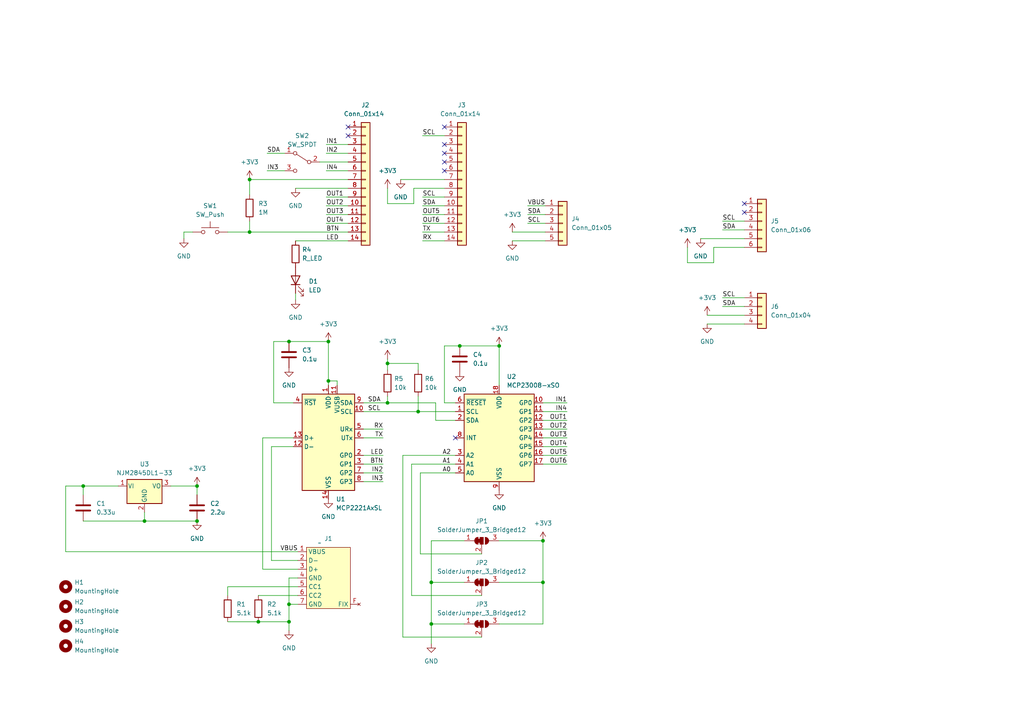
<source format=kicad_sch>
(kicad_sch (version 20230121) (generator eeschema)

  (uuid 934712ee-a411-408d-ba2c-c0e5b4769972)

  (paper "A4")

  (title_block
    (title "I/O Board for OneFiveCrowd")
    (rev "v1.0")
  )

  (lib_symbols
    (symbol "Connector_Generic:Conn_01x04" (pin_names (offset 1.016) hide) (in_bom yes) (on_board yes)
      (property "Reference" "J" (at 0 5.08 0)
        (effects (font (size 1.27 1.27)))
      )
      (property "Value" "Conn_01x04" (at 0 -7.62 0)
        (effects (font (size 1.27 1.27)))
      )
      (property "Footprint" "" (at 0 0 0)
        (effects (font (size 1.27 1.27)) hide)
      )
      (property "Datasheet" "~" (at 0 0 0)
        (effects (font (size 1.27 1.27)) hide)
      )
      (property "ki_keywords" "connector" (at 0 0 0)
        (effects (font (size 1.27 1.27)) hide)
      )
      (property "ki_description" "Generic connector, single row, 01x04, script generated (kicad-library-utils/schlib/autogen/connector/)" (at 0 0 0)
        (effects (font (size 1.27 1.27)) hide)
      )
      (property "ki_fp_filters" "Connector*:*_1x??_*" (at 0 0 0)
        (effects (font (size 1.27 1.27)) hide)
      )
      (symbol "Conn_01x04_1_1"
        (rectangle (start -1.27 -4.953) (end 0 -5.207)
          (stroke (width 0.1524) (type default))
          (fill (type none))
        )
        (rectangle (start -1.27 -2.413) (end 0 -2.667)
          (stroke (width 0.1524) (type default))
          (fill (type none))
        )
        (rectangle (start -1.27 0.127) (end 0 -0.127)
          (stroke (width 0.1524) (type default))
          (fill (type none))
        )
        (rectangle (start -1.27 2.667) (end 0 2.413)
          (stroke (width 0.1524) (type default))
          (fill (type none))
        )
        (rectangle (start -1.27 3.81) (end 1.27 -6.35)
          (stroke (width 0.254) (type default))
          (fill (type background))
        )
        (pin passive line (at -5.08 2.54 0) (length 3.81)
          (name "Pin_1" (effects (font (size 1.27 1.27))))
          (number "1" (effects (font (size 1.27 1.27))))
        )
        (pin passive line (at -5.08 0 0) (length 3.81)
          (name "Pin_2" (effects (font (size 1.27 1.27))))
          (number "2" (effects (font (size 1.27 1.27))))
        )
        (pin passive line (at -5.08 -2.54 0) (length 3.81)
          (name "Pin_3" (effects (font (size 1.27 1.27))))
          (number "3" (effects (font (size 1.27 1.27))))
        )
        (pin passive line (at -5.08 -5.08 0) (length 3.81)
          (name "Pin_4" (effects (font (size 1.27 1.27))))
          (number "4" (effects (font (size 1.27 1.27))))
        )
      )
    )
    (symbol "Connector_Generic:Conn_01x05" (pin_names (offset 1.016) hide) (in_bom yes) (on_board yes)
      (property "Reference" "J" (at 0 7.62 0)
        (effects (font (size 1.27 1.27)))
      )
      (property "Value" "Conn_01x05" (at 0 -7.62 0)
        (effects (font (size 1.27 1.27)))
      )
      (property "Footprint" "" (at 0 0 0)
        (effects (font (size 1.27 1.27)) hide)
      )
      (property "Datasheet" "~" (at 0 0 0)
        (effects (font (size 1.27 1.27)) hide)
      )
      (property "ki_keywords" "connector" (at 0 0 0)
        (effects (font (size 1.27 1.27)) hide)
      )
      (property "ki_description" "Generic connector, single row, 01x05, script generated (kicad-library-utils/schlib/autogen/connector/)" (at 0 0 0)
        (effects (font (size 1.27 1.27)) hide)
      )
      (property "ki_fp_filters" "Connector*:*_1x??_*" (at 0 0 0)
        (effects (font (size 1.27 1.27)) hide)
      )
      (symbol "Conn_01x05_1_1"
        (rectangle (start -1.27 -4.953) (end 0 -5.207)
          (stroke (width 0.1524) (type default))
          (fill (type none))
        )
        (rectangle (start -1.27 -2.413) (end 0 -2.667)
          (stroke (width 0.1524) (type default))
          (fill (type none))
        )
        (rectangle (start -1.27 0.127) (end 0 -0.127)
          (stroke (width 0.1524) (type default))
          (fill (type none))
        )
        (rectangle (start -1.27 2.667) (end 0 2.413)
          (stroke (width 0.1524) (type default))
          (fill (type none))
        )
        (rectangle (start -1.27 5.207) (end 0 4.953)
          (stroke (width 0.1524) (type default))
          (fill (type none))
        )
        (rectangle (start -1.27 6.35) (end 1.27 -6.35)
          (stroke (width 0.254) (type default))
          (fill (type background))
        )
        (pin passive line (at -5.08 5.08 0) (length 3.81)
          (name "Pin_1" (effects (font (size 1.27 1.27))))
          (number "1" (effects (font (size 1.27 1.27))))
        )
        (pin passive line (at -5.08 2.54 0) (length 3.81)
          (name "Pin_2" (effects (font (size 1.27 1.27))))
          (number "2" (effects (font (size 1.27 1.27))))
        )
        (pin passive line (at -5.08 0 0) (length 3.81)
          (name "Pin_3" (effects (font (size 1.27 1.27))))
          (number "3" (effects (font (size 1.27 1.27))))
        )
        (pin passive line (at -5.08 -2.54 0) (length 3.81)
          (name "Pin_4" (effects (font (size 1.27 1.27))))
          (number "4" (effects (font (size 1.27 1.27))))
        )
        (pin passive line (at -5.08 -5.08 0) (length 3.81)
          (name "Pin_5" (effects (font (size 1.27 1.27))))
          (number "5" (effects (font (size 1.27 1.27))))
        )
      )
    )
    (symbol "Connector_Generic:Conn_01x06" (pin_names (offset 1.016) hide) (in_bom yes) (on_board yes)
      (property "Reference" "J" (at 0 7.62 0)
        (effects (font (size 1.27 1.27)))
      )
      (property "Value" "Conn_01x06" (at 0 -10.16 0)
        (effects (font (size 1.27 1.27)))
      )
      (property "Footprint" "" (at 0 0 0)
        (effects (font (size 1.27 1.27)) hide)
      )
      (property "Datasheet" "~" (at 0 0 0)
        (effects (font (size 1.27 1.27)) hide)
      )
      (property "ki_keywords" "connector" (at 0 0 0)
        (effects (font (size 1.27 1.27)) hide)
      )
      (property "ki_description" "Generic connector, single row, 01x06, script generated (kicad-library-utils/schlib/autogen/connector/)" (at 0 0 0)
        (effects (font (size 1.27 1.27)) hide)
      )
      (property "ki_fp_filters" "Connector*:*_1x??_*" (at 0 0 0)
        (effects (font (size 1.27 1.27)) hide)
      )
      (symbol "Conn_01x06_1_1"
        (rectangle (start -1.27 -7.493) (end 0 -7.747)
          (stroke (width 0.1524) (type default))
          (fill (type none))
        )
        (rectangle (start -1.27 -4.953) (end 0 -5.207)
          (stroke (width 0.1524) (type default))
          (fill (type none))
        )
        (rectangle (start -1.27 -2.413) (end 0 -2.667)
          (stroke (width 0.1524) (type default))
          (fill (type none))
        )
        (rectangle (start -1.27 0.127) (end 0 -0.127)
          (stroke (width 0.1524) (type default))
          (fill (type none))
        )
        (rectangle (start -1.27 2.667) (end 0 2.413)
          (stroke (width 0.1524) (type default))
          (fill (type none))
        )
        (rectangle (start -1.27 5.207) (end 0 4.953)
          (stroke (width 0.1524) (type default))
          (fill (type none))
        )
        (rectangle (start -1.27 6.35) (end 1.27 -8.89)
          (stroke (width 0.254) (type default))
          (fill (type background))
        )
        (pin passive line (at -5.08 5.08 0) (length 3.81)
          (name "Pin_1" (effects (font (size 1.27 1.27))))
          (number "1" (effects (font (size 1.27 1.27))))
        )
        (pin passive line (at -5.08 2.54 0) (length 3.81)
          (name "Pin_2" (effects (font (size 1.27 1.27))))
          (number "2" (effects (font (size 1.27 1.27))))
        )
        (pin passive line (at -5.08 0 0) (length 3.81)
          (name "Pin_3" (effects (font (size 1.27 1.27))))
          (number "3" (effects (font (size 1.27 1.27))))
        )
        (pin passive line (at -5.08 -2.54 0) (length 3.81)
          (name "Pin_4" (effects (font (size 1.27 1.27))))
          (number "4" (effects (font (size 1.27 1.27))))
        )
        (pin passive line (at -5.08 -5.08 0) (length 3.81)
          (name "Pin_5" (effects (font (size 1.27 1.27))))
          (number "5" (effects (font (size 1.27 1.27))))
        )
        (pin passive line (at -5.08 -7.62 0) (length 3.81)
          (name "Pin_6" (effects (font (size 1.27 1.27))))
          (number "6" (effects (font (size 1.27 1.27))))
        )
      )
    )
    (symbol "Connector_Generic:Conn_01x14" (pin_names (offset 1.016) hide) (in_bom yes) (on_board yes)
      (property "Reference" "J" (at 0 17.78 0)
        (effects (font (size 1.27 1.27)))
      )
      (property "Value" "Conn_01x14" (at 0 -20.32 0)
        (effects (font (size 1.27 1.27)))
      )
      (property "Footprint" "" (at 0 0 0)
        (effects (font (size 1.27 1.27)) hide)
      )
      (property "Datasheet" "~" (at 0 0 0)
        (effects (font (size 1.27 1.27)) hide)
      )
      (property "ki_keywords" "connector" (at 0 0 0)
        (effects (font (size 1.27 1.27)) hide)
      )
      (property "ki_description" "Generic connector, single row, 01x14, script generated (kicad-library-utils/schlib/autogen/connector/)" (at 0 0 0)
        (effects (font (size 1.27 1.27)) hide)
      )
      (property "ki_fp_filters" "Connector*:*_1x??_*" (at 0 0 0)
        (effects (font (size 1.27 1.27)) hide)
      )
      (symbol "Conn_01x14_1_1"
        (rectangle (start -1.27 -17.653) (end 0 -17.907)
          (stroke (width 0.1524) (type default))
          (fill (type none))
        )
        (rectangle (start -1.27 -15.113) (end 0 -15.367)
          (stroke (width 0.1524) (type default))
          (fill (type none))
        )
        (rectangle (start -1.27 -12.573) (end 0 -12.827)
          (stroke (width 0.1524) (type default))
          (fill (type none))
        )
        (rectangle (start -1.27 -10.033) (end 0 -10.287)
          (stroke (width 0.1524) (type default))
          (fill (type none))
        )
        (rectangle (start -1.27 -7.493) (end 0 -7.747)
          (stroke (width 0.1524) (type default))
          (fill (type none))
        )
        (rectangle (start -1.27 -4.953) (end 0 -5.207)
          (stroke (width 0.1524) (type default))
          (fill (type none))
        )
        (rectangle (start -1.27 -2.413) (end 0 -2.667)
          (stroke (width 0.1524) (type default))
          (fill (type none))
        )
        (rectangle (start -1.27 0.127) (end 0 -0.127)
          (stroke (width 0.1524) (type default))
          (fill (type none))
        )
        (rectangle (start -1.27 2.667) (end 0 2.413)
          (stroke (width 0.1524) (type default))
          (fill (type none))
        )
        (rectangle (start -1.27 5.207) (end 0 4.953)
          (stroke (width 0.1524) (type default))
          (fill (type none))
        )
        (rectangle (start -1.27 7.747) (end 0 7.493)
          (stroke (width 0.1524) (type default))
          (fill (type none))
        )
        (rectangle (start -1.27 10.287) (end 0 10.033)
          (stroke (width 0.1524) (type default))
          (fill (type none))
        )
        (rectangle (start -1.27 12.827) (end 0 12.573)
          (stroke (width 0.1524) (type default))
          (fill (type none))
        )
        (rectangle (start -1.27 15.367) (end 0 15.113)
          (stroke (width 0.1524) (type default))
          (fill (type none))
        )
        (rectangle (start -1.27 16.51) (end 1.27 -19.05)
          (stroke (width 0.254) (type default))
          (fill (type background))
        )
        (pin passive line (at -5.08 15.24 0) (length 3.81)
          (name "Pin_1" (effects (font (size 1.27 1.27))))
          (number "1" (effects (font (size 1.27 1.27))))
        )
        (pin passive line (at -5.08 -7.62 0) (length 3.81)
          (name "Pin_10" (effects (font (size 1.27 1.27))))
          (number "10" (effects (font (size 1.27 1.27))))
        )
        (pin passive line (at -5.08 -10.16 0) (length 3.81)
          (name "Pin_11" (effects (font (size 1.27 1.27))))
          (number "11" (effects (font (size 1.27 1.27))))
        )
        (pin passive line (at -5.08 -12.7 0) (length 3.81)
          (name "Pin_12" (effects (font (size 1.27 1.27))))
          (number "12" (effects (font (size 1.27 1.27))))
        )
        (pin passive line (at -5.08 -15.24 0) (length 3.81)
          (name "Pin_13" (effects (font (size 1.27 1.27))))
          (number "13" (effects (font (size 1.27 1.27))))
        )
        (pin passive line (at -5.08 -17.78 0) (length 3.81)
          (name "Pin_14" (effects (font (size 1.27 1.27))))
          (number "14" (effects (font (size 1.27 1.27))))
        )
        (pin passive line (at -5.08 12.7 0) (length 3.81)
          (name "Pin_2" (effects (font (size 1.27 1.27))))
          (number "2" (effects (font (size 1.27 1.27))))
        )
        (pin passive line (at -5.08 10.16 0) (length 3.81)
          (name "Pin_3" (effects (font (size 1.27 1.27))))
          (number "3" (effects (font (size 1.27 1.27))))
        )
        (pin passive line (at -5.08 7.62 0) (length 3.81)
          (name "Pin_4" (effects (font (size 1.27 1.27))))
          (number "4" (effects (font (size 1.27 1.27))))
        )
        (pin passive line (at -5.08 5.08 0) (length 3.81)
          (name "Pin_5" (effects (font (size 1.27 1.27))))
          (number "5" (effects (font (size 1.27 1.27))))
        )
        (pin passive line (at -5.08 2.54 0) (length 3.81)
          (name "Pin_6" (effects (font (size 1.27 1.27))))
          (number "6" (effects (font (size 1.27 1.27))))
        )
        (pin passive line (at -5.08 0 0) (length 3.81)
          (name "Pin_7" (effects (font (size 1.27 1.27))))
          (number "7" (effects (font (size 1.27 1.27))))
        )
        (pin passive line (at -5.08 -2.54 0) (length 3.81)
          (name "Pin_8" (effects (font (size 1.27 1.27))))
          (number "8" (effects (font (size 1.27 1.27))))
        )
        (pin passive line (at -5.08 -5.08 0) (length 3.81)
          (name "Pin_9" (effects (font (size 1.27 1.27))))
          (number "9" (effects (font (size 1.27 1.27))))
        )
      )
    )
    (symbol "Device:C" (pin_numbers hide) (pin_names (offset 0.254)) (in_bom yes) (on_board yes)
      (property "Reference" "C" (at 0.635 2.54 0)
        (effects (font (size 1.27 1.27)) (justify left))
      )
      (property "Value" "C" (at 0.635 -2.54 0)
        (effects (font (size 1.27 1.27)) (justify left))
      )
      (property "Footprint" "" (at 0.9652 -3.81 0)
        (effects (font (size 1.27 1.27)) hide)
      )
      (property "Datasheet" "~" (at 0 0 0)
        (effects (font (size 1.27 1.27)) hide)
      )
      (property "ki_keywords" "cap capacitor" (at 0 0 0)
        (effects (font (size 1.27 1.27)) hide)
      )
      (property "ki_description" "Unpolarized capacitor" (at 0 0 0)
        (effects (font (size 1.27 1.27)) hide)
      )
      (property "ki_fp_filters" "C_*" (at 0 0 0)
        (effects (font (size 1.27 1.27)) hide)
      )
      (symbol "C_0_1"
        (polyline
          (pts
            (xy -2.032 -0.762)
            (xy 2.032 -0.762)
          )
          (stroke (width 0.508) (type default))
          (fill (type none))
        )
        (polyline
          (pts
            (xy -2.032 0.762)
            (xy 2.032 0.762)
          )
          (stroke (width 0.508) (type default))
          (fill (type none))
        )
      )
      (symbol "C_1_1"
        (pin passive line (at 0 3.81 270) (length 2.794)
          (name "~" (effects (font (size 1.27 1.27))))
          (number "1" (effects (font (size 1.27 1.27))))
        )
        (pin passive line (at 0 -3.81 90) (length 2.794)
          (name "~" (effects (font (size 1.27 1.27))))
          (number "2" (effects (font (size 1.27 1.27))))
        )
      )
    )
    (symbol "Device:LED" (pin_numbers hide) (pin_names (offset 1.016) hide) (in_bom yes) (on_board yes)
      (property "Reference" "D" (at 0 2.54 0)
        (effects (font (size 1.27 1.27)))
      )
      (property "Value" "LED" (at 0 -2.54 0)
        (effects (font (size 1.27 1.27)))
      )
      (property "Footprint" "" (at 0 0 0)
        (effects (font (size 1.27 1.27)) hide)
      )
      (property "Datasheet" "~" (at 0 0 0)
        (effects (font (size 1.27 1.27)) hide)
      )
      (property "ki_keywords" "LED diode" (at 0 0 0)
        (effects (font (size 1.27 1.27)) hide)
      )
      (property "ki_description" "Light emitting diode" (at 0 0 0)
        (effects (font (size 1.27 1.27)) hide)
      )
      (property "ki_fp_filters" "LED* LED_SMD:* LED_THT:*" (at 0 0 0)
        (effects (font (size 1.27 1.27)) hide)
      )
      (symbol "LED_0_1"
        (polyline
          (pts
            (xy -1.27 -1.27)
            (xy -1.27 1.27)
          )
          (stroke (width 0.254) (type default))
          (fill (type none))
        )
        (polyline
          (pts
            (xy -1.27 0)
            (xy 1.27 0)
          )
          (stroke (width 0) (type default))
          (fill (type none))
        )
        (polyline
          (pts
            (xy 1.27 -1.27)
            (xy 1.27 1.27)
            (xy -1.27 0)
            (xy 1.27 -1.27)
          )
          (stroke (width 0.254) (type default))
          (fill (type none))
        )
        (polyline
          (pts
            (xy -3.048 -0.762)
            (xy -4.572 -2.286)
            (xy -3.81 -2.286)
            (xy -4.572 -2.286)
            (xy -4.572 -1.524)
          )
          (stroke (width 0) (type default))
          (fill (type none))
        )
        (polyline
          (pts
            (xy -1.778 -0.762)
            (xy -3.302 -2.286)
            (xy -2.54 -2.286)
            (xy -3.302 -2.286)
            (xy -3.302 -1.524)
          )
          (stroke (width 0) (type default))
          (fill (type none))
        )
      )
      (symbol "LED_1_1"
        (pin passive line (at -3.81 0 0) (length 2.54)
          (name "K" (effects (font (size 1.27 1.27))))
          (number "1" (effects (font (size 1.27 1.27))))
        )
        (pin passive line (at 3.81 0 180) (length 2.54)
          (name "A" (effects (font (size 1.27 1.27))))
          (number "2" (effects (font (size 1.27 1.27))))
        )
      )
    )
    (symbol "Device:R" (pin_numbers hide) (pin_names (offset 0)) (in_bom yes) (on_board yes)
      (property "Reference" "R" (at 2.032 0 90)
        (effects (font (size 1.27 1.27)))
      )
      (property "Value" "R" (at 0 0 90)
        (effects (font (size 1.27 1.27)))
      )
      (property "Footprint" "" (at -1.778 0 90)
        (effects (font (size 1.27 1.27)) hide)
      )
      (property "Datasheet" "~" (at 0 0 0)
        (effects (font (size 1.27 1.27)) hide)
      )
      (property "ki_keywords" "R res resistor" (at 0 0 0)
        (effects (font (size 1.27 1.27)) hide)
      )
      (property "ki_description" "Resistor" (at 0 0 0)
        (effects (font (size 1.27 1.27)) hide)
      )
      (property "ki_fp_filters" "R_*" (at 0 0 0)
        (effects (font (size 1.27 1.27)) hide)
      )
      (symbol "R_0_1"
        (rectangle (start -1.016 -2.54) (end 1.016 2.54)
          (stroke (width 0.254) (type default))
          (fill (type none))
        )
      )
      (symbol "R_1_1"
        (pin passive line (at 0 3.81 270) (length 1.27)
          (name "~" (effects (font (size 1.27 1.27))))
          (number "1" (effects (font (size 1.27 1.27))))
        )
        (pin passive line (at 0 -3.81 90) (length 1.27)
          (name "~" (effects (font (size 1.27 1.27))))
          (number "2" (effects (font (size 1.27 1.27))))
        )
      )
    )
    (symbol "Interface_Expansion:MCP23008-xSO" (in_bom yes) (on_board yes)
      (property "Reference" "U" (at -8.89 13.97 0)
        (effects (font (size 1.27 1.27)))
      )
      (property "Value" "MCP23008-xSO" (at 8.89 13.97 0)
        (effects (font (size 1.27 1.27)))
      )
      (property "Footprint" "Package_SO:SOIC-18W_7.5x11.6mm_P1.27mm" (at 0 -26.67 0)
        (effects (font (size 1.27 1.27)) hide)
      )
      (property "Datasheet" "http://ww1.microchip.com/downloads/en/DeviceDoc/MCP23008-MCP23S08-Data-Sheet-20001919F.pdf" (at 33.02 -30.48 0)
        (effects (font (size 1.27 1.27)) hide)
      )
      (property "ki_keywords" "I2C parallel port expander" (at 0 0 0)
        (effects (font (size 1.27 1.27)) hide)
      )
      (property "ki_description" "8-bit I/O expander, I2C, interrupts, SOIC-18" (at 0 0 0)
        (effects (font (size 1.27 1.27)) hide)
      )
      (property "ki_fp_filters" "SOIC*7.5x11.6mm*P1.27mm*" (at 0 0 0)
        (effects (font (size 1.27 1.27)) hide)
      )
      (symbol "MCP23008-xSO_0_1"
        (rectangle (start -10.16 12.7) (end 10.16 -12.7)
          (stroke (width 0.254) (type default))
          (fill (type background))
        )
      )
      (symbol "MCP23008-xSO_1_1"
        (pin input line (at -12.7 7.62 0) (length 2.54)
          (name "SCL" (effects (font (size 1.27 1.27))))
          (number "1" (effects (font (size 1.27 1.27))))
        )
        (pin bidirectional line (at 12.7 10.16 180) (length 2.54)
          (name "GP0" (effects (font (size 1.27 1.27))))
          (number "10" (effects (font (size 1.27 1.27))))
        )
        (pin bidirectional line (at 12.7 7.62 180) (length 2.54)
          (name "GP1" (effects (font (size 1.27 1.27))))
          (number "11" (effects (font (size 1.27 1.27))))
        )
        (pin bidirectional line (at 12.7 5.08 180) (length 2.54)
          (name "GP2" (effects (font (size 1.27 1.27))))
          (number "12" (effects (font (size 1.27 1.27))))
        )
        (pin bidirectional line (at 12.7 2.54 180) (length 2.54)
          (name "GP3" (effects (font (size 1.27 1.27))))
          (number "13" (effects (font (size 1.27 1.27))))
        )
        (pin bidirectional line (at 12.7 0 180) (length 2.54)
          (name "GP4" (effects (font (size 1.27 1.27))))
          (number "14" (effects (font (size 1.27 1.27))))
        )
        (pin bidirectional line (at 12.7 -2.54 180) (length 2.54)
          (name "GP5" (effects (font (size 1.27 1.27))))
          (number "15" (effects (font (size 1.27 1.27))))
        )
        (pin bidirectional line (at 12.7 -5.08 180) (length 2.54)
          (name "GP6" (effects (font (size 1.27 1.27))))
          (number "16" (effects (font (size 1.27 1.27))))
        )
        (pin bidirectional line (at 12.7 -7.62 180) (length 2.54)
          (name "GP7" (effects (font (size 1.27 1.27))))
          (number "17" (effects (font (size 1.27 1.27))))
        )
        (pin power_in line (at 0 15.24 270) (length 2.54)
          (name "VDD" (effects (font (size 1.27 1.27))))
          (number "18" (effects (font (size 1.27 1.27))))
        )
        (pin bidirectional line (at -12.7 5.08 0) (length 2.54)
          (name "SDA" (effects (font (size 1.27 1.27))))
          (number "2" (effects (font (size 1.27 1.27))))
        )
        (pin input line (at -12.7 -5.08 0) (length 2.54)
          (name "A2" (effects (font (size 1.27 1.27))))
          (number "3" (effects (font (size 1.27 1.27))))
        )
        (pin input line (at -12.7 -7.62 0) (length 2.54)
          (name "A1" (effects (font (size 1.27 1.27))))
          (number "4" (effects (font (size 1.27 1.27))))
        )
        (pin input line (at -12.7 -10.16 0) (length 2.54)
          (name "A0" (effects (font (size 1.27 1.27))))
          (number "5" (effects (font (size 1.27 1.27))))
        )
        (pin input line (at -12.7 10.16 0) (length 2.54)
          (name "~{RESET}" (effects (font (size 1.27 1.27))))
          (number "6" (effects (font (size 1.27 1.27))))
        )
        (pin no_connect line (at -10.16 -2.54 0) (length 2.54) hide
          (name "NC" (effects (font (size 1.27 1.27))))
          (number "7" (effects (font (size 1.27 1.27))))
        )
        (pin output line (at -12.7 0 0) (length 2.54)
          (name "INT" (effects (font (size 1.27 1.27))))
          (number "8" (effects (font (size 1.27 1.27))))
          (alternate "INT" open_collector line)
        )
        (pin power_in line (at 0 -15.24 90) (length 2.54)
          (name "VSS" (effects (font (size 1.27 1.27))))
          (number "9" (effects (font (size 1.27 1.27))))
        )
      )
    )
    (symbol "Interface_USB:MCP2221AxSL" (in_bom yes) (on_board yes)
      (property "Reference" "U" (at -7.62 16.51 0)
        (effects (font (size 1.27 1.27)))
      )
      (property "Value" "MCP2221AxSL" (at 12.7 16.51 0)
        (effects (font (size 1.27 1.27)))
      )
      (property "Footprint" "Package_SO:SOIC-14_3.9x8.7mm_P1.27mm" (at 0 25.4 0)
        (effects (font (size 1.27 1.27)) hide)
      )
      (property "Datasheet" "http://ww1.microchip.com/downloads/en/DeviceDoc/20005565B.pdf" (at 0 17.78 0)
        (effects (font (size 1.27 1.27)) hide)
      )
      (property "ki_keywords" "USB I2C UART Converter Bridge" (at 0 0 0)
        (effects (font (size 1.27 1.27)) hide)
      )
      (property "ki_description" "USB to I2C/UART Protocol Converter with GPIO, SOIC-14" (at 0 0 0)
        (effects (font (size 1.27 1.27)) hide)
      )
      (property "ki_fp_filters" "SOIC*3.9x8.7mm*P1.27mm*" (at 0 0 0)
        (effects (font (size 1.27 1.27)) hide)
      )
      (symbol "MCP2221AxSL_0_1"
        (rectangle (start -7.62 15.24) (end 7.62 -12.7)
          (stroke (width 0.254) (type default))
          (fill (type background))
        )
      )
      (symbol "MCP2221AxSL_1_1"
        (pin power_in line (at 0 17.78 270) (length 2.54)
          (name "VDD" (effects (font (size 1.27 1.27))))
          (number "1" (effects (font (size 1.27 1.27))))
        )
        (pin bidirectional line (at 10.16 10.16 180) (length 2.54)
          (name "SCL" (effects (font (size 1.27 1.27))))
          (number "10" (effects (font (size 1.27 1.27))))
        )
        (pin passive line (at 2.54 17.78 270) (length 2.54)
          (name "VUSB" (effects (font (size 1.27 1.27))))
          (number "11" (effects (font (size 1.27 1.27))))
        )
        (pin bidirectional line (at -10.16 0 0) (length 2.54)
          (name "D-" (effects (font (size 1.27 1.27))))
          (number "12" (effects (font (size 1.27 1.27))))
        )
        (pin bidirectional line (at -10.16 2.54 0) (length 2.54)
          (name "D+" (effects (font (size 1.27 1.27))))
          (number "13" (effects (font (size 1.27 1.27))))
        )
        (pin power_in line (at 0 -15.24 90) (length 2.54)
          (name "VSS" (effects (font (size 1.27 1.27))))
          (number "14" (effects (font (size 1.27 1.27))))
        )
        (pin bidirectional line (at 10.16 -2.54 180) (length 2.54)
          (name "GP0" (effects (font (size 1.27 1.27))))
          (number "2" (effects (font (size 1.27 1.27))))
        )
        (pin bidirectional line (at 10.16 -5.08 180) (length 2.54)
          (name "GP1" (effects (font (size 1.27 1.27))))
          (number "3" (effects (font (size 1.27 1.27))))
        )
        (pin input line (at -10.16 12.7 0) (length 2.54)
          (name "~{RST}" (effects (font (size 1.27 1.27))))
          (number "4" (effects (font (size 1.27 1.27))))
        )
        (pin input line (at 10.16 5.08 180) (length 2.54)
          (name "URx" (effects (font (size 1.27 1.27))))
          (number "5" (effects (font (size 1.27 1.27))))
        )
        (pin output line (at 10.16 2.54 180) (length 2.54)
          (name "UTx" (effects (font (size 1.27 1.27))))
          (number "6" (effects (font (size 1.27 1.27))))
        )
        (pin bidirectional line (at 10.16 -7.62 180) (length 2.54)
          (name "GP2" (effects (font (size 1.27 1.27))))
          (number "7" (effects (font (size 1.27 1.27))))
        )
        (pin bidirectional line (at 10.16 -10.16 180) (length 2.54)
          (name "GP3" (effects (font (size 1.27 1.27))))
          (number "8" (effects (font (size 1.27 1.27))))
        )
        (pin bidirectional line (at 10.16 12.7 180) (length 2.54)
          (name "SDA" (effects (font (size 1.27 1.27))))
          (number "9" (effects (font (size 1.27 1.27))))
        )
      )
    )
    (symbol "Jumper:SolderJumper_3_Bridged12" (pin_names (offset 0) hide) (in_bom yes) (on_board yes)
      (property "Reference" "JP" (at -2.54 -2.54 0)
        (effects (font (size 1.27 1.27)))
      )
      (property "Value" "SolderJumper_3_Bridged12" (at 0 2.794 0)
        (effects (font (size 1.27 1.27)))
      )
      (property "Footprint" "" (at 0 0 0)
        (effects (font (size 1.27 1.27)) hide)
      )
      (property "Datasheet" "~" (at 0 0 0)
        (effects (font (size 1.27 1.27)) hide)
      )
      (property "ki_keywords" "Solder Jumper SPDT" (at 0 0 0)
        (effects (font (size 1.27 1.27)) hide)
      )
      (property "ki_description" "3-pole Solder Jumper, pins 1+2 closed/bridged" (at 0 0 0)
        (effects (font (size 1.27 1.27)) hide)
      )
      (property "ki_fp_filters" "SolderJumper*Bridged12*" (at 0 0 0)
        (effects (font (size 1.27 1.27)) hide)
      )
      (symbol "SolderJumper_3_Bridged12_0_1"
        (rectangle (start -1.016 0.508) (end -0.508 -0.508)
          (stroke (width 0) (type default))
          (fill (type outline))
        )
        (arc (start -1.016 1.016) (mid -2.0276 0) (end -1.016 -1.016)
          (stroke (width 0) (type default))
          (fill (type none))
        )
        (arc (start -1.016 1.016) (mid -2.0276 0) (end -1.016 -1.016)
          (stroke (width 0) (type default))
          (fill (type outline))
        )
        (rectangle (start -0.508 1.016) (end 0.508 -1.016)
          (stroke (width 0) (type default))
          (fill (type outline))
        )
        (polyline
          (pts
            (xy -2.54 0)
            (xy -2.032 0)
          )
          (stroke (width 0) (type default))
          (fill (type none))
        )
        (polyline
          (pts
            (xy -1.016 1.016)
            (xy -1.016 -1.016)
          )
          (stroke (width 0) (type default))
          (fill (type none))
        )
        (polyline
          (pts
            (xy 0 -1.27)
            (xy 0 -1.016)
          )
          (stroke (width 0) (type default))
          (fill (type none))
        )
        (polyline
          (pts
            (xy 1.016 1.016)
            (xy 1.016 -1.016)
          )
          (stroke (width 0) (type default))
          (fill (type none))
        )
        (polyline
          (pts
            (xy 2.54 0)
            (xy 2.032 0)
          )
          (stroke (width 0) (type default))
          (fill (type none))
        )
        (arc (start 1.016 -1.016) (mid 2.0276 0) (end 1.016 1.016)
          (stroke (width 0) (type default))
          (fill (type none))
        )
        (arc (start 1.016 -1.016) (mid 2.0276 0) (end 1.016 1.016)
          (stroke (width 0) (type default))
          (fill (type outline))
        )
      )
      (symbol "SolderJumper_3_Bridged12_1_1"
        (pin passive line (at -5.08 0 0) (length 2.54)
          (name "A" (effects (font (size 1.27 1.27))))
          (number "1" (effects (font (size 1.27 1.27))))
        )
        (pin passive line (at 0 -3.81 90) (length 2.54)
          (name "C" (effects (font (size 1.27 1.27))))
          (number "2" (effects (font (size 1.27 1.27))))
        )
        (pin passive line (at 5.08 0 180) (length 2.54)
          (name "B" (effects (font (size 1.27 1.27))))
          (number "3" (effects (font (size 1.27 1.27))))
        )
      )
    )
    (symbol "Mechanical:MountingHole" (pin_names (offset 1.016)) (in_bom yes) (on_board yes)
      (property "Reference" "H" (at 0 5.08 0)
        (effects (font (size 1.27 1.27)))
      )
      (property "Value" "MountingHole" (at 0 3.175 0)
        (effects (font (size 1.27 1.27)))
      )
      (property "Footprint" "" (at 0 0 0)
        (effects (font (size 1.27 1.27)) hide)
      )
      (property "Datasheet" "~" (at 0 0 0)
        (effects (font (size 1.27 1.27)) hide)
      )
      (property "ki_keywords" "mounting hole" (at 0 0 0)
        (effects (font (size 1.27 1.27)) hide)
      )
      (property "ki_description" "Mounting Hole without connection" (at 0 0 0)
        (effects (font (size 1.27 1.27)) hide)
      )
      (property "ki_fp_filters" "MountingHole*" (at 0 0 0)
        (effects (font (size 1.27 1.27)) hide)
      )
      (symbol "MountingHole_0_1"
        (circle (center 0 0) (radius 1.27)
          (stroke (width 1.27) (type default))
          (fill (type none))
        )
      )
    )
    (symbol "Regulator_Linear:LP2950-5.0_TO252" (pin_names (offset 0.254)) (in_bom yes) (on_board yes)
      (property "Reference" "U" (at -3.81 3.175 0)
        (effects (font (size 1.27 1.27)))
      )
      (property "Value" "LP2950-5.0_TO252" (at 0 3.175 0)
        (effects (font (size 1.27 1.27)) (justify left))
      )
      (property "Footprint" "Package_TO_SOT_SMD:TO-252-2" (at 0 5.715 0)
        (effects (font (size 1.27 1.27) italic) hide)
      )
      (property "Datasheet" "http://www.ti.com/lit/ds/symlink/lp2950.pdf" (at 0 -1.27 0)
        (effects (font (size 1.27 1.27)) hide)
      )
      (property "ki_keywords" "Micropower Voltage Regulator 100mA Positive" (at 0 0 0)
        (effects (font (size 1.27 1.27)) hide)
      )
      (property "ki_description" "Positive 100mA 30V Linear Micropower Voltage Regulator, Fixed Output 5.0V, TO-252" (at 0 0 0)
        (effects (font (size 1.27 1.27)) hide)
      )
      (property "ki_fp_filters" "TO?252*" (at 0 0 0)
        (effects (font (size 1.27 1.27)) hide)
      )
      (symbol "LP2950-5.0_TO252_0_1"
        (rectangle (start -5.08 1.905) (end 5.08 -5.08)
          (stroke (width 0.254) (type default))
          (fill (type background))
        )
      )
      (symbol "LP2950-5.0_TO252_1_1"
        (pin power_in line (at -7.62 0 0) (length 2.54)
          (name "VI" (effects (font (size 1.27 1.27))))
          (number "1" (effects (font (size 1.27 1.27))))
        )
        (pin power_in line (at 0 -7.62 90) (length 2.54)
          (name "GND" (effects (font (size 1.27 1.27))))
          (number "2" (effects (font (size 1.27 1.27))))
        )
        (pin power_out line (at 7.62 0 180) (length 2.54)
          (name "VO" (effects (font (size 1.27 1.27))))
          (number "3" (effects (font (size 1.27 1.27))))
        )
      )
    )
    (symbol "Switch:SW_Push" (pin_numbers hide) (pin_names (offset 1.016) hide) (in_bom yes) (on_board yes)
      (property "Reference" "SW" (at 1.27 2.54 0)
        (effects (font (size 1.27 1.27)) (justify left))
      )
      (property "Value" "SW_Push" (at 0 -1.524 0)
        (effects (font (size 1.27 1.27)))
      )
      (property "Footprint" "" (at 0 5.08 0)
        (effects (font (size 1.27 1.27)) hide)
      )
      (property "Datasheet" "~" (at 0 5.08 0)
        (effects (font (size 1.27 1.27)) hide)
      )
      (property "ki_keywords" "switch normally-open pushbutton push-button" (at 0 0 0)
        (effects (font (size 1.27 1.27)) hide)
      )
      (property "ki_description" "Push button switch, generic, two pins" (at 0 0 0)
        (effects (font (size 1.27 1.27)) hide)
      )
      (symbol "SW_Push_0_1"
        (circle (center -2.032 0) (radius 0.508)
          (stroke (width 0) (type default))
          (fill (type none))
        )
        (polyline
          (pts
            (xy 0 1.27)
            (xy 0 3.048)
          )
          (stroke (width 0) (type default))
          (fill (type none))
        )
        (polyline
          (pts
            (xy 2.54 1.27)
            (xy -2.54 1.27)
          )
          (stroke (width 0) (type default))
          (fill (type none))
        )
        (circle (center 2.032 0) (radius 0.508)
          (stroke (width 0) (type default))
          (fill (type none))
        )
        (pin passive line (at -5.08 0 0) (length 2.54)
          (name "1" (effects (font (size 1.27 1.27))))
          (number "1" (effects (font (size 1.27 1.27))))
        )
        (pin passive line (at 5.08 0 180) (length 2.54)
          (name "2" (effects (font (size 1.27 1.27))))
          (number "2" (effects (font (size 1.27 1.27))))
        )
      )
    )
    (symbol "Switch:SW_SPDT" (pin_names (offset 0) hide) (in_bom yes) (on_board yes)
      (property "Reference" "SW" (at 0 4.318 0)
        (effects (font (size 1.27 1.27)))
      )
      (property "Value" "SW_SPDT" (at 0 -5.08 0)
        (effects (font (size 1.27 1.27)))
      )
      (property "Footprint" "" (at 0 0 0)
        (effects (font (size 1.27 1.27)) hide)
      )
      (property "Datasheet" "~" (at 0 0 0)
        (effects (font (size 1.27 1.27)) hide)
      )
      (property "ki_keywords" "switch single-pole double-throw spdt ON-ON" (at 0 0 0)
        (effects (font (size 1.27 1.27)) hide)
      )
      (property "ki_description" "Switch, single pole double throw" (at 0 0 0)
        (effects (font (size 1.27 1.27)) hide)
      )
      (symbol "SW_SPDT_0_0"
        (circle (center -2.032 0) (radius 0.508)
          (stroke (width 0) (type default))
          (fill (type none))
        )
        (circle (center 2.032 -2.54) (radius 0.508)
          (stroke (width 0) (type default))
          (fill (type none))
        )
      )
      (symbol "SW_SPDT_0_1"
        (polyline
          (pts
            (xy -1.524 0.254)
            (xy 1.651 2.286)
          )
          (stroke (width 0) (type default))
          (fill (type none))
        )
        (circle (center 2.032 2.54) (radius 0.508)
          (stroke (width 0) (type default))
          (fill (type none))
        )
      )
      (symbol "SW_SPDT_1_1"
        (pin passive line (at 5.08 2.54 180) (length 2.54)
          (name "A" (effects (font (size 1.27 1.27))))
          (number "1" (effects (font (size 1.27 1.27))))
        )
        (pin passive line (at -5.08 0 0) (length 2.54)
          (name "B" (effects (font (size 1.27 1.27))))
          (number "2" (effects (font (size 1.27 1.27))))
        )
        (pin passive line (at 5.08 -2.54 180) (length 2.54)
          (name "C" (effects (font (size 1.27 1.27))))
          (number "3" (effects (font (size 1.27 1.27))))
        )
      )
    )
    (symbol "library:AE-USB2.0-TYPE-C" (in_bom yes) (on_board yes)
      (property "Reference" "J" (at 0 10.16 0)
        (effects (font (size 1.27 1.27)))
      )
      (property "Value" "" (at -2.54 10.16 0)
        (effects (font (size 1.27 1.27)))
      )
      (property "Footprint" "" (at -2.54 10.16 0)
        (effects (font (size 1.27 1.27)) hide)
      )
      (property "Datasheet" "" (at -2.54 10.16 0)
        (effects (font (size 1.27 1.27)) hide)
      )
      (symbol "AE-USB2.0-TYPE-C_1_1"
        (rectangle (start -6.35 8.89) (end 6.35 -8.89)
          (stroke (width 0) (type default))
          (fill (type background))
        )
        (pin power_out line (at -8.89 7.62 0) (length 2.54)
          (name "VBUS" (effects (font (size 1.27 1.27))))
          (number "1" (effects (font (size 1.27 1.27))))
        )
        (pin passive line (at -8.89 5.08 0) (length 2.54)
          (name "D-" (effects (font (size 1.27 1.27))))
          (number "2" (effects (font (size 1.27 1.27))))
        )
        (pin passive line (at -8.89 2.54 0) (length 2.54)
          (name "D+" (effects (font (size 1.27 1.27))))
          (number "3" (effects (font (size 1.27 1.27))))
        )
        (pin power_out line (at -8.89 0 0) (length 2.54)
          (name "GND" (effects (font (size 1.27 1.27))))
          (number "4" (effects (font (size 1.27 1.27))))
        )
        (pin passive line (at -8.89 -2.54 0) (length 2.54)
          (name "CC1" (effects (font (size 1.27 1.27))))
          (number "5" (effects (font (size 1.27 1.27))))
        )
        (pin passive line (at -8.89 -5.08 0) (length 2.54)
          (name "CC2" (effects (font (size 1.27 1.27))))
          (number "6" (effects (font (size 1.27 1.27))))
        )
        (pin passive line (at -8.89 -7.62 0) (length 2.54)
          (name "GND" (effects (font (size 1.27 1.27))))
          (number "7" (effects (font (size 1.27 1.27))))
        )
        (pin no_connect line (at 8.89 -7.62 180) (length 2.54)
          (name "FIX" (effects (font (size 1.27 1.27))))
          (number "F" (effects (font (size 1.27 1.27))))
        )
      )
    )
    (symbol "power:+3V3" (power) (pin_names (offset 0)) (in_bom yes) (on_board yes)
      (property "Reference" "#PWR" (at 0 -3.81 0)
        (effects (font (size 1.27 1.27)) hide)
      )
      (property "Value" "+3V3" (at 0 3.556 0)
        (effects (font (size 1.27 1.27)))
      )
      (property "Footprint" "" (at 0 0 0)
        (effects (font (size 1.27 1.27)) hide)
      )
      (property "Datasheet" "" (at 0 0 0)
        (effects (font (size 1.27 1.27)) hide)
      )
      (property "ki_keywords" "global power" (at 0 0 0)
        (effects (font (size 1.27 1.27)) hide)
      )
      (property "ki_description" "Power symbol creates a global label with name \"+3V3\"" (at 0 0 0)
        (effects (font (size 1.27 1.27)) hide)
      )
      (symbol "+3V3_0_1"
        (polyline
          (pts
            (xy -0.762 1.27)
            (xy 0 2.54)
          )
          (stroke (width 0) (type default))
          (fill (type none))
        )
        (polyline
          (pts
            (xy 0 0)
            (xy 0 2.54)
          )
          (stroke (width 0) (type default))
          (fill (type none))
        )
        (polyline
          (pts
            (xy 0 2.54)
            (xy 0.762 1.27)
          )
          (stroke (width 0) (type default))
          (fill (type none))
        )
      )
      (symbol "+3V3_1_1"
        (pin power_in line (at 0 0 90) (length 0) hide
          (name "+3V3" (effects (font (size 1.27 1.27))))
          (number "1" (effects (font (size 1.27 1.27))))
        )
      )
    )
    (symbol "power:GND" (power) (pin_names (offset 0)) (in_bom yes) (on_board yes)
      (property "Reference" "#PWR" (at 0 -6.35 0)
        (effects (font (size 1.27 1.27)) hide)
      )
      (property "Value" "GND" (at 0 -3.81 0)
        (effects (font (size 1.27 1.27)))
      )
      (property "Footprint" "" (at 0 0 0)
        (effects (font (size 1.27 1.27)) hide)
      )
      (property "Datasheet" "" (at 0 0 0)
        (effects (font (size 1.27 1.27)) hide)
      )
      (property "ki_keywords" "global power" (at 0 0 0)
        (effects (font (size 1.27 1.27)) hide)
      )
      (property "ki_description" "Power symbol creates a global label with name \"GND\" , ground" (at 0 0 0)
        (effects (font (size 1.27 1.27)) hide)
      )
      (symbol "GND_0_1"
        (polyline
          (pts
            (xy 0 0)
            (xy 0 -1.27)
            (xy 1.27 -1.27)
            (xy 0 -2.54)
            (xy -1.27 -1.27)
            (xy 0 -1.27)
          )
          (stroke (width 0) (type default))
          (fill (type none))
        )
      )
      (symbol "GND_1_1"
        (pin power_in line (at 0 0 270) (length 0) hide
          (name "GND" (effects (font (size 1.27 1.27))))
          (number "1" (effects (font (size 1.27 1.27))))
        )
      )
    )
  )

  (junction (at 83.82 99.06) (diameter 0) (color 0 0 0 0)
    (uuid 2855aec7-6a71-43e0-b4b8-316c27bfdf6c)
  )
  (junction (at 83.82 175.26) (diameter 0) (color 0 0 0 0)
    (uuid 38820f75-f76d-428f-b7d8-af0cbf5d3d2b)
  )
  (junction (at 24.13 140.97) (diameter 0) (color 0 0 0 0)
    (uuid 454a5854-3934-411b-940f-8b1846da68cf)
  )
  (junction (at 157.48 156.845) (diameter 0) (color 0 0 0 0)
    (uuid 54bdb37d-1154-41a2-8c40-71f30655e40d)
  )
  (junction (at 72.39 52.07) (diameter 0) (color 0 0 0 0)
    (uuid 6884a926-d88e-4ece-8ca8-baddb0508a24)
  )
  (junction (at 121.285 119.38) (diameter 0) (color 0 0 0 0)
    (uuid 75cafb8f-7c94-4164-87f4-db31698b8e26)
  )
  (junction (at 95.25 110.49) (diameter 0) (color 0 0 0 0)
    (uuid 768f9c66-4727-4e0b-9678-8e4aca367d70)
  )
  (junction (at 83.82 180.34) (diameter 0) (color 0 0 0 0)
    (uuid 7d896486-494a-40e0-8770-73eb2485ff73)
  )
  (junction (at 74.93 180.34) (diameter 0) (color 0 0 0 0)
    (uuid 88dbacfa-c8b6-4c08-bbbb-1415dc50d0dc)
  )
  (junction (at 57.15 151.13) (diameter 0) (color 0 0 0 0)
    (uuid 8d7703a1-a971-46b0-8982-2e714794d533)
  )
  (junction (at 144.78 100.33) (diameter 0) (color 0 0 0 0)
    (uuid 96384600-c5a6-4cb3-ab3a-2611f4efe173)
  )
  (junction (at 57.15 140.97) (diameter 0) (color 0 0 0 0)
    (uuid 9969d4d2-f01b-4448-9204-93457b955af8)
  )
  (junction (at 112.395 116.84) (diameter 0) (color 0 0 0 0)
    (uuid abb4e69a-80cb-4df3-9b86-f036d11588f3)
  )
  (junction (at 112.395 105.41) (diameter 0) (color 0 0 0 0)
    (uuid b0b0ba96-305c-43de-b26a-eb6380e7bce7)
  )
  (junction (at 157.48 168.91) (diameter 0) (color 0 0 0 0)
    (uuid b442f0a9-389e-404b-8862-0c93e4daa7ba)
  )
  (junction (at 125.095 180.975) (diameter 0) (color 0 0 0 0)
    (uuid cff38565-e0b6-4c86-a814-6a02bc0cdf99)
  )
  (junction (at 41.91 151.13) (diameter 0) (color 0 0 0 0)
    (uuid d6a2496e-ac1c-4ef1-a354-bd08df1fb23f)
  )
  (junction (at 72.39 67.31) (diameter 0) (color 0 0 0 0)
    (uuid de30f72c-ff15-4460-b941-04c5957478dc)
  )
  (junction (at 95.25 99.06) (diameter 0) (color 0 0 0 0)
    (uuid e394446d-b468-44b5-9f44-eb541006cfc0)
  )
  (junction (at 125.095 168.91) (diameter 0) (color 0 0 0 0)
    (uuid e6f0d705-50e6-4f01-85ba-152c5e215085)
  )
  (junction (at 133.35 100.33) (diameter 0) (color 0 0 0 0)
    (uuid f39cae7b-0e33-482d-bff0-08f1b137745d)
  )

  (no_connect (at 215.9 61.595) (uuid 1ad51e3a-6584-450d-825e-a511626c5346))
  (no_connect (at 128.905 46.99) (uuid 2bdaca9c-7bb8-4723-8667-4dc0410dddcf))
  (no_connect (at 128.905 44.45) (uuid 30175701-0746-421d-99ad-10f547b35822))
  (no_connect (at 128.905 49.53) (uuid 4872c31f-dd4f-4c6d-a3df-61c2d04a23d8))
  (no_connect (at 100.965 36.83) (uuid 6374e994-7446-44dd-8ac3-4596d540bdb8))
  (no_connect (at 132.08 127) (uuid 7f9e2955-6f63-44ea-8125-d2461f0f518b))
  (no_connect (at 128.905 41.91) (uuid 957ff58f-f67d-4468-95ac-1851a4bdd71a))
  (no_connect (at 128.905 36.83) (uuid fa07be25-7cba-444f-99fe-fb58b34b7c78))
  (no_connect (at 215.9 59.055) (uuid fa510c5d-4508-48d3-8010-bc8d1bb0c48a))
  (no_connect (at 100.965 39.37) (uuid fe1ef5e6-9d8e-430e-b8f6-370ada02efb0))

  (wire (pts (xy 132.08 134.62) (xy 119.38 134.62))
    (stroke (width 0) (type default))
    (uuid 029a6d45-8479-4f8d-afa8-66692b74bb65)
  )
  (wire (pts (xy 19.05 140.97) (xy 24.13 140.97))
    (stroke (width 0) (type default))
    (uuid 04d341af-f670-409d-bb07-76d84c3438b1)
  )
  (wire (pts (xy 83.82 167.64) (xy 83.82 175.26))
    (stroke (width 0) (type default))
    (uuid 0535ad46-e3f1-4cc9-bda1-81c4b4416414)
  )
  (wire (pts (xy 97.79 110.49) (xy 95.25 110.49))
    (stroke (width 0) (type default))
    (uuid 05ae896f-6846-4fff-9fc4-de2a0c488576)
  )
  (wire (pts (xy 97.79 111.76) (xy 97.79 110.49))
    (stroke (width 0) (type default))
    (uuid 05dbfa39-6d52-4667-9394-0d137b6aafdd)
  )
  (wire (pts (xy 209.55 66.675) (xy 215.9 66.675))
    (stroke (width 0) (type default))
    (uuid 05fcb965-4313-4298-baf4-c47ad24507ab)
  )
  (wire (pts (xy 94.615 59.69) (xy 100.965 59.69))
    (stroke (width 0) (type default))
    (uuid 09eaeeea-c1f7-4327-82aa-5f744f451ee3)
  )
  (wire (pts (xy 24.13 140.97) (xy 34.29 140.97))
    (stroke (width 0) (type default))
    (uuid 0b07121f-a051-4243-81c1-0aa6489503f4)
  )
  (wire (pts (xy 125.095 168.91) (xy 125.095 180.975))
    (stroke (width 0) (type default))
    (uuid 0d9baa41-15f4-4b88-9d57-476a3831da6a)
  )
  (wire (pts (xy 122.555 59.69) (xy 128.905 59.69))
    (stroke (width 0) (type default))
    (uuid 1072fc2f-681a-4806-a9a4-e192b47d3342)
  )
  (wire (pts (xy 122.555 69.85) (xy 128.905 69.85))
    (stroke (width 0) (type default))
    (uuid 1598076e-d7e8-487c-8a12-e6196f238f43)
  )
  (wire (pts (xy 148.59 67.31) (xy 158.115 67.31))
    (stroke (width 0) (type default))
    (uuid 1e5aa24e-b198-42f0-9c67-956107d29e04)
  )
  (wire (pts (xy 132.08 137.16) (xy 121.92 137.16))
    (stroke (width 0) (type default))
    (uuid 1f9456f5-fd13-442b-aabc-6682f4a2cf56)
  )
  (wire (pts (xy 122.555 39.37) (xy 128.905 39.37))
    (stroke (width 0) (type default))
    (uuid 27f2d448-6ce6-45dc-b1c9-cf8e815533de)
  )
  (wire (pts (xy 83.82 175.26) (xy 83.82 180.34))
    (stroke (width 0) (type default))
    (uuid 294948a2-96f1-4804-bc69-884eb3ebb4b7)
  )
  (wire (pts (xy 105.41 134.62) (xy 111.125 134.62))
    (stroke (width 0) (type default))
    (uuid 2a6acfbb-f3f6-4ded-8483-d7add27bf29f)
  )
  (wire (pts (xy 133.35 100.33) (xy 144.78 100.33))
    (stroke (width 0) (type default))
    (uuid 2b07e5e4-1eed-424f-89f6-d4dcf40fa447)
  )
  (wire (pts (xy 94.615 57.15) (xy 100.965 57.15))
    (stroke (width 0) (type default))
    (uuid 2b769787-b9e3-4d73-b685-5eab036e4f38)
  )
  (wire (pts (xy 72.39 67.31) (xy 100.965 67.31))
    (stroke (width 0) (type default))
    (uuid 31a9a6a2-7b7c-46e5-ae2a-3c85fed470c6)
  )
  (wire (pts (xy 120.015 59.055) (xy 112.395 59.055))
    (stroke (width 0) (type default))
    (uuid 32fdd8a5-f59c-4b3f-bca2-a4ef1ec09e30)
  )
  (wire (pts (xy 116.205 52.07) (xy 128.905 52.07))
    (stroke (width 0) (type default))
    (uuid 36a0ae0b-4db5-4f08-9452-8fa15be86779)
  )
  (wire (pts (xy 215.9 71.755) (xy 207.01 71.755))
    (stroke (width 0) (type default))
    (uuid 37a61a5d-e994-4027-b3b1-10d0ecce0b0c)
  )
  (wire (pts (xy 94.615 49.53) (xy 100.965 49.53))
    (stroke (width 0) (type default))
    (uuid 382ddd69-609d-44ba-a84b-42370cc82a53)
  )
  (wire (pts (xy 95.25 110.49) (xy 95.25 111.76))
    (stroke (width 0) (type default))
    (uuid 392b80ff-489b-473d-b097-25370a0716b7)
  )
  (wire (pts (xy 157.48 116.84) (xy 164.465 116.84))
    (stroke (width 0) (type default))
    (uuid 3cb0a633-79b0-42c6-b0da-b8e4157c0773)
  )
  (wire (pts (xy 209.55 64.135) (xy 215.9 64.135))
    (stroke (width 0) (type default))
    (uuid 3f303709-80d6-49ca-b28d-cb4167ec582b)
  )
  (wire (pts (xy 66.04 180.34) (xy 74.93 180.34))
    (stroke (width 0) (type default))
    (uuid 3f8ecf99-924c-4244-bdb4-8d4e2ead9b05)
  )
  (wire (pts (xy 79.375 116.84) (xy 79.375 99.06))
    (stroke (width 0) (type default))
    (uuid 42a63f98-0c2c-454c-bad5-aec118c575f1)
  )
  (wire (pts (xy 49.53 140.97) (xy 57.15 140.97))
    (stroke (width 0) (type default))
    (uuid 49a58d8b-47a0-4076-8bb4-2f9b65d54e94)
  )
  (wire (pts (xy 122.555 62.23) (xy 128.905 62.23))
    (stroke (width 0) (type default))
    (uuid 4a2a0cdb-2712-4a7a-91e2-55902c457e56)
  )
  (wire (pts (xy 144.78 100.33) (xy 144.78 111.76))
    (stroke (width 0) (type default))
    (uuid 4a3b97dd-ea54-48d4-8576-20842d01c0be)
  )
  (wire (pts (xy 121.285 114.935) (xy 121.285 119.38))
    (stroke (width 0) (type default))
    (uuid 4a9111a5-e43f-484d-acd9-c93ae921073b)
  )
  (wire (pts (xy 122.555 57.15) (xy 128.905 57.15))
    (stroke (width 0) (type default))
    (uuid 4d6b177e-2591-40af-84e9-6fd48b5f9371)
  )
  (wire (pts (xy 119.38 172.72) (xy 139.7 172.72))
    (stroke (width 0) (type default))
    (uuid 4d846c8a-9f1d-48fe-a8d4-af9df7471753)
  )
  (wire (pts (xy 72.39 67.31) (xy 72.39 64.135))
    (stroke (width 0) (type default))
    (uuid 4dceb41d-2df0-42a1-a56a-0d096cf3f702)
  )
  (wire (pts (xy 85.09 116.84) (xy 79.375 116.84))
    (stroke (width 0) (type default))
    (uuid 5066bf4c-7307-47ae-b721-d6c7cac6fa99)
  )
  (wire (pts (xy 153.035 64.77) (xy 158.115 64.77))
    (stroke (width 0) (type default))
    (uuid 5329b705-5d34-4b57-a1e8-abc8bfc4eb47)
  )
  (wire (pts (xy 157.48 180.975) (xy 144.78 180.975))
    (stroke (width 0) (type default))
    (uuid 53c44b8a-f416-4db1-8848-9f4f56be386d)
  )
  (wire (pts (xy 112.395 114.935) (xy 112.395 116.84))
    (stroke (width 0) (type default))
    (uuid 5566d8d3-dc88-40f5-9ee6-262484779560)
  )
  (wire (pts (xy 94.615 41.91) (xy 100.965 41.91))
    (stroke (width 0) (type default))
    (uuid 5d5474fe-a8c2-4925-b234-eea08270d625)
  )
  (wire (pts (xy 66.04 170.18) (xy 66.04 172.72))
    (stroke (width 0) (type default))
    (uuid 61482ee4-70b0-4819-8d12-229ea2eb3059)
  )
  (wire (pts (xy 77.47 44.45) (xy 82.55 44.45))
    (stroke (width 0) (type default))
    (uuid 6983769d-7b7d-4d4d-90eb-0bbc220389b9)
  )
  (wire (pts (xy 121.285 119.38) (xy 132.08 119.38))
    (stroke (width 0) (type default))
    (uuid 7231d58f-1e72-4861-ad55-09edd91d4e52)
  )
  (wire (pts (xy 207.01 71.755) (xy 207.01 76.2))
    (stroke (width 0) (type default))
    (uuid 72775d22-6f18-4974-b966-2c37bd959e28)
  )
  (wire (pts (xy 122.555 64.77) (xy 128.905 64.77))
    (stroke (width 0) (type default))
    (uuid 7287498f-9f29-48cb-8fa9-a1f0cc47b0cb)
  )
  (wire (pts (xy 24.13 151.13) (xy 41.91 151.13))
    (stroke (width 0) (type default))
    (uuid 729c4ca6-9d8d-4357-8ecd-2302c2f2b949)
  )
  (wire (pts (xy 153.035 59.69) (xy 158.115 59.69))
    (stroke (width 0) (type default))
    (uuid 739b7732-c158-4cc0-b38c-8a8f19b90274)
  )
  (wire (pts (xy 77.47 49.53) (xy 82.55 49.53))
    (stroke (width 0) (type default))
    (uuid 74b523e9-8a17-4e20-b7d9-640c0120d1ec)
  )
  (wire (pts (xy 53.34 67.31) (xy 53.34 69.215))
    (stroke (width 0) (type default))
    (uuid 76acfc7b-f722-4ea8-a9c3-8358961e3bf0)
  )
  (wire (pts (xy 55.88 67.31) (xy 53.34 67.31))
    (stroke (width 0) (type default))
    (uuid 76fce268-43ee-4549-8b0e-ebfde7099513)
  )
  (wire (pts (xy 153.035 62.23) (xy 158.115 62.23))
    (stroke (width 0) (type default))
    (uuid 7794b237-74d3-465b-ad44-ba73aed2b509)
  )
  (wire (pts (xy 121.285 105.41) (xy 112.395 105.41))
    (stroke (width 0) (type default))
    (uuid 784527f7-dd27-4674-8397-9dfa43fa4498)
  )
  (wire (pts (xy 157.48 156.845) (xy 157.48 168.91))
    (stroke (width 0) (type default))
    (uuid 79ccdaf8-5b79-44b5-8e37-6a9f6b6f3c55)
  )
  (wire (pts (xy 57.15 140.97) (xy 57.15 143.51))
    (stroke (width 0) (type default))
    (uuid 7aaa647c-1fea-4cfa-bd52-c1e9343f4c9e)
  )
  (wire (pts (xy 157.48 121.92) (xy 164.465 121.92))
    (stroke (width 0) (type default))
    (uuid 7db714bc-b059-4166-adbf-c64caa0a2ad7)
  )
  (wire (pts (xy 79.375 99.06) (xy 83.82 99.06))
    (stroke (width 0) (type default))
    (uuid 7f425a6a-9149-4583-8425-376b1bc3440e)
  )
  (wire (pts (xy 92.71 46.99) (xy 100.965 46.99))
    (stroke (width 0) (type default))
    (uuid 82bb07e6-ab5f-458c-8dd7-203fa871b226)
  )
  (wire (pts (xy 94.615 64.77) (xy 100.965 64.77))
    (stroke (width 0) (type default))
    (uuid 83f4d536-035d-4823-8a68-1a72d7f4cbfc)
  )
  (wire (pts (xy 83.82 99.06) (xy 95.25 99.06))
    (stroke (width 0) (type default))
    (uuid 84686f0d-22f3-4e32-adc1-157dd1cf358a)
  )
  (wire (pts (xy 121.92 137.16) (xy 121.92 160.655))
    (stroke (width 0) (type default))
    (uuid 86a2363b-a0ef-4e09-9ac3-4ad3b4cff415)
  )
  (wire (pts (xy 205.105 91.44) (xy 215.9 91.44))
    (stroke (width 0) (type default))
    (uuid 89ea33ba-9809-448d-9e6e-73989ef6b141)
  )
  (wire (pts (xy 94.615 62.23) (xy 100.965 62.23))
    (stroke (width 0) (type default))
    (uuid 8a572c97-b86f-4ac5-8786-fc0b8d764a68)
  )
  (wire (pts (xy 19.05 160.02) (xy 19.05 140.97))
    (stroke (width 0) (type default))
    (uuid 8c7532fa-86bf-497f-a571-e93575f35df4)
  )
  (wire (pts (xy 128.905 100.33) (xy 133.35 100.33))
    (stroke (width 0) (type default))
    (uuid 8c958e55-e4e5-4949-87a1-29e7f6e05e98)
  )
  (wire (pts (xy 148.59 69.85) (xy 158.115 69.85))
    (stroke (width 0) (type default))
    (uuid 8d5718d7-1f95-4ed1-8cce-ff9f580bba9e)
  )
  (wire (pts (xy 72.39 52.07) (xy 100.965 52.07))
    (stroke (width 0) (type default))
    (uuid 8dbe5f82-b4a6-400b-96e0-c337aab9a2eb)
  )
  (wire (pts (xy 121.285 107.315) (xy 121.285 105.41))
    (stroke (width 0) (type default))
    (uuid 8e2bf46e-0914-41a5-b445-d0d2d7167e83)
  )
  (wire (pts (xy 95.25 99.06) (xy 95.25 110.49))
    (stroke (width 0) (type default))
    (uuid 91c7e8d1-772e-466d-bd28-e4df92fc66be)
  )
  (wire (pts (xy 157.48 124.46) (xy 164.465 124.46))
    (stroke (width 0) (type default))
    (uuid 9299e750-139d-4477-9c48-ba1569acf68f)
  )
  (wire (pts (xy 144.78 156.845) (xy 157.48 156.845))
    (stroke (width 0) (type default))
    (uuid 9406cd07-8625-4af3-adba-1df5a63d2cde)
  )
  (wire (pts (xy 126.365 121.92) (xy 132.08 121.92))
    (stroke (width 0) (type default))
    (uuid 9929317b-194a-402f-aed6-0aabe81431e1)
  )
  (wire (pts (xy 125.095 168.91) (xy 134.62 168.91))
    (stroke (width 0) (type default))
    (uuid 99f0f112-0f3a-4892-9d95-10921b5f2f06)
  )
  (wire (pts (xy 74.93 180.34) (xy 83.82 180.34))
    (stroke (width 0) (type default))
    (uuid 9a90b595-c389-47e3-8a4e-9cb3259d58e7)
  )
  (wire (pts (xy 85.725 69.85) (xy 100.965 69.85))
    (stroke (width 0) (type default))
    (uuid 9f87e139-beca-4004-8c63-5c11cdfd7f80)
  )
  (wire (pts (xy 128.905 116.84) (xy 128.905 100.33))
    (stroke (width 0) (type default))
    (uuid a46361fa-3396-4cd7-abfb-8a44aa819ff4)
  )
  (wire (pts (xy 157.48 119.38) (xy 164.465 119.38))
    (stroke (width 0) (type default))
    (uuid a67ff0d8-13d0-4672-9489-c918879d5779)
  )
  (wire (pts (xy 128.905 54.61) (xy 120.015 54.61))
    (stroke (width 0) (type default))
    (uuid a7b56d23-a003-43df-8a39-0979bc69d55e)
  )
  (wire (pts (xy 112.395 104.14) (xy 112.395 105.41))
    (stroke (width 0) (type default))
    (uuid aa22836d-f84e-4d97-b3eb-ddb7c2332231)
  )
  (wire (pts (xy 112.395 105.41) (xy 112.395 107.315))
    (stroke (width 0) (type default))
    (uuid abe2ce35-109e-42c4-b89b-a5801f000c40)
  )
  (wire (pts (xy 85.725 54.61) (xy 100.965 54.61))
    (stroke (width 0) (type default))
    (uuid ac1e5386-12df-4ba4-8249-e2cbbd8906d3)
  )
  (wire (pts (xy 66.04 67.31) (xy 72.39 67.31))
    (stroke (width 0) (type default))
    (uuid ae3e3e38-4c9b-48f4-b5b2-bc3590295833)
  )
  (wire (pts (xy 72.39 56.515) (xy 72.39 52.07))
    (stroke (width 0) (type default))
    (uuid ae781d11-3da4-40bb-a69f-95c443b85906)
  )
  (wire (pts (xy 125.095 180.975) (xy 134.62 180.975))
    (stroke (width 0) (type default))
    (uuid b13b150e-63c0-4c75-b44c-56596cf55b26)
  )
  (wire (pts (xy 157.48 134.62) (xy 164.465 134.62))
    (stroke (width 0) (type default))
    (uuid b3c10b49-869f-4b20-a423-cfc1923df123)
  )
  (wire (pts (xy 125.095 180.975) (xy 125.095 186.69))
    (stroke (width 0) (type default))
    (uuid b5703be5-5fcc-49b0-a9e1-c361c18eb2c3)
  )
  (wire (pts (xy 86.36 170.18) (xy 66.04 170.18))
    (stroke (width 0) (type default))
    (uuid b69ac70f-2d68-4c08-b1ea-ba57f7c0a2fc)
  )
  (wire (pts (xy 83.82 180.34) (xy 83.82 182.88))
    (stroke (width 0) (type default))
    (uuid b72552c3-affb-43d9-854c-1962ca469620)
  )
  (wire (pts (xy 209.55 88.9) (xy 215.9 88.9))
    (stroke (width 0) (type default))
    (uuid b9ab0e89-ec38-417a-9eeb-238b49c98966)
  )
  (wire (pts (xy 132.08 132.08) (xy 116.84 132.08))
    (stroke (width 0) (type default))
    (uuid bbc15ccb-5ccb-4c8c-9009-6a5f699f54c7)
  )
  (wire (pts (xy 41.91 148.59) (xy 41.91 151.13))
    (stroke (width 0) (type default))
    (uuid bbd27d5e-101f-4ef9-b10e-8c5ba4d4da56)
  )
  (wire (pts (xy 86.36 162.56) (xy 78.74 162.56))
    (stroke (width 0) (type default))
    (uuid bfca0bc3-dfab-4e08-b1d0-4db9bf29fd66)
  )
  (wire (pts (xy 121.92 160.655) (xy 139.7 160.655))
    (stroke (width 0) (type default))
    (uuid bfe3ae7f-a31a-4ece-af5d-6574a0390ee0)
  )
  (wire (pts (xy 83.82 175.26) (xy 86.36 175.26))
    (stroke (width 0) (type default))
    (uuid c14ce979-18d7-4fd9-b412-87d67f92fb45)
  )
  (wire (pts (xy 122.555 67.31) (xy 128.905 67.31))
    (stroke (width 0) (type default))
    (uuid c1f3a164-5aef-471f-ae27-2c5e13abe224)
  )
  (wire (pts (xy 157.48 132.08) (xy 164.465 132.08))
    (stroke (width 0) (type default))
    (uuid c6bf437a-37c1-49d7-a342-368119686af2)
  )
  (wire (pts (xy 125.095 156.845) (xy 125.095 168.91))
    (stroke (width 0) (type default))
    (uuid ca27aa42-c0ae-4dd7-8687-9b3b2a5d66d7)
  )
  (wire (pts (xy 209.55 86.36) (xy 215.9 86.36))
    (stroke (width 0) (type default))
    (uuid ca42d481-7137-4481-bca6-380345d3d23b)
  )
  (wire (pts (xy 19.05 160.02) (xy 86.36 160.02))
    (stroke (width 0) (type default))
    (uuid cc0c6239-d359-4637-8875-d96c06bb18df)
  )
  (wire (pts (xy 199.39 76.2) (xy 199.39 71.755))
    (stroke (width 0) (type default))
    (uuid cc76e66c-4b16-4c78-be8e-f46828b8a65b)
  )
  (wire (pts (xy 78.74 162.56) (xy 78.74 129.54))
    (stroke (width 0) (type default))
    (uuid ccae031d-ccaa-446c-b186-17ac4cc63ac8)
  )
  (wire (pts (xy 94.615 44.45) (xy 100.965 44.45))
    (stroke (width 0) (type default))
    (uuid cd0dba6c-f0f0-437b-817a-219dbcda9a69)
  )
  (wire (pts (xy 105.41 116.84) (xy 112.395 116.84))
    (stroke (width 0) (type default))
    (uuid cd128d59-ce7d-4726-beaa-c74d5e99f299)
  )
  (wire (pts (xy 119.38 134.62) (xy 119.38 172.72))
    (stroke (width 0) (type default))
    (uuid cdf20918-4fe4-4f46-8777-ff89268808a7)
  )
  (wire (pts (xy 76.2 127) (xy 85.09 127))
    (stroke (width 0) (type default))
    (uuid d0b8de04-0478-4de5-98eb-4d5ff1a702e0)
  )
  (wire (pts (xy 41.91 151.13) (xy 57.15 151.13))
    (stroke (width 0) (type default))
    (uuid d12c378f-3569-4831-921b-2a5067262b25)
  )
  (wire (pts (xy 105.41 119.38) (xy 121.285 119.38))
    (stroke (width 0) (type default))
    (uuid d24bf7bf-25b8-45a8-aa7e-dd0c6efed979)
  )
  (wire (pts (xy 85.725 85.09) (xy 85.725 86.995))
    (stroke (width 0) (type default))
    (uuid d2cbc473-463b-4230-9eca-682cbd4193d7)
  )
  (wire (pts (xy 157.48 168.91) (xy 144.78 168.91))
    (stroke (width 0) (type default))
    (uuid d4c026f1-fee6-4766-a0c8-65c86217c6ca)
  )
  (wire (pts (xy 205.105 93.98) (xy 215.9 93.98))
    (stroke (width 0) (type default))
    (uuid d4e18ee1-f13c-4482-9f7b-00f17c0b2289)
  )
  (wire (pts (xy 105.41 132.08) (xy 111.125 132.08))
    (stroke (width 0) (type default))
    (uuid d5e458a2-55c2-4806-8601-51042ce12f1b)
  )
  (wire (pts (xy 112.395 116.84) (xy 126.365 116.84))
    (stroke (width 0) (type default))
    (uuid d89636d2-fbcb-4bcc-91d6-a35970b623ce)
  )
  (wire (pts (xy 105.41 127) (xy 111.125 127))
    (stroke (width 0) (type default))
    (uuid d8d94e3d-7834-4b3c-beb5-e2f3ac64232b)
  )
  (wire (pts (xy 157.48 127) (xy 164.465 127))
    (stroke (width 0) (type default))
    (uuid db54af2a-e120-4ef7-a29e-067c85ad8a45)
  )
  (wire (pts (xy 116.84 184.785) (xy 139.7 184.785))
    (stroke (width 0) (type default))
    (uuid dd319fbb-f94a-4cd5-874d-cc3e7a551143)
  )
  (wire (pts (xy 105.41 137.16) (xy 111.125 137.16))
    (stroke (width 0) (type default))
    (uuid dd685f7d-42b3-4803-aa9a-cc8ff340d46b)
  )
  (wire (pts (xy 120.015 54.61) (xy 120.015 59.055))
    (stroke (width 0) (type default))
    (uuid de95471f-3f7d-4754-b6ea-38831edef5ad)
  )
  (wire (pts (xy 134.62 156.845) (xy 125.095 156.845))
    (stroke (width 0) (type default))
    (uuid df82c71b-010d-4f21-b32f-ba31703beafa)
  )
  (wire (pts (xy 157.48 168.91) (xy 157.48 180.975))
    (stroke (width 0) (type default))
    (uuid e024f7de-6036-42a6-a5a3-2b52af7059dd)
  )
  (wire (pts (xy 76.2 165.1) (xy 76.2 127))
    (stroke (width 0) (type default))
    (uuid e054e450-9b55-41b7-abd4-0b4a04f60323)
  )
  (wire (pts (xy 78.74 129.54) (xy 85.09 129.54))
    (stroke (width 0) (type default))
    (uuid e07ff168-69b7-42e4-9fc6-d4f5c98a2444)
  )
  (wire (pts (xy 157.48 129.54) (xy 164.465 129.54))
    (stroke (width 0) (type default))
    (uuid e224e3ad-edf0-49e4-8b07-c3a75fd8bce7)
  )
  (wire (pts (xy 105.41 139.7) (xy 111.125 139.7))
    (stroke (width 0) (type default))
    (uuid e41597da-9213-426d-9476-b2d179ad7c9a)
  )
  (wire (pts (xy 86.36 167.64) (xy 83.82 167.64))
    (stroke (width 0) (type default))
    (uuid e58dd16a-9482-4f89-9e26-19d50dce3d04)
  )
  (wire (pts (xy 105.41 124.46) (xy 111.125 124.46))
    (stroke (width 0) (type default))
    (uuid e65237ff-85af-4f3f-b847-fa6e59b82479)
  )
  (wire (pts (xy 24.13 143.51) (xy 24.13 140.97))
    (stroke (width 0) (type default))
    (uuid e6ab5a4f-c830-4667-9c59-c944fa4ad9a0)
  )
  (wire (pts (xy 86.36 165.1) (xy 76.2 165.1))
    (stroke (width 0) (type default))
    (uuid e76552e3-72c5-4a9f-b38f-c0deecad3ccb)
  )
  (wire (pts (xy 74.93 172.72) (xy 86.36 172.72))
    (stroke (width 0) (type default))
    (uuid eac36eb4-9692-46ac-8885-fd63bc38a923)
  )
  (wire (pts (xy 132.08 116.84) (xy 128.905 116.84))
    (stroke (width 0) (type default))
    (uuid ec1655b8-770e-497e-b0b3-0134119f3526)
  )
  (wire (pts (xy 207.01 76.2) (xy 199.39 76.2))
    (stroke (width 0) (type default))
    (uuid f0797f5e-404a-43ad-a3a8-4ec3f054eee2)
  )
  (wire (pts (xy 112.395 59.055) (xy 112.395 54.61))
    (stroke (width 0) (type default))
    (uuid fa8c6f9f-2f65-4d60-92af-1e1836c9a05f)
  )
  (wire (pts (xy 203.2 69.215) (xy 215.9 69.215))
    (stroke (width 0) (type default))
    (uuid fb11bd9f-cc5b-4159-8730-bfb902069665)
  )
  (wire (pts (xy 126.365 116.84) (xy 126.365 121.92))
    (stroke (width 0) (type default))
    (uuid fbe1dcdf-5b2b-4d52-b158-f90e4a393ba3)
  )
  (wire (pts (xy 116.84 132.08) (xy 116.84 184.785))
    (stroke (width 0) (type default))
    (uuid fe2b8cb7-3be6-4000-bd99-9adf472ab402)
  )

  (label "TX" (at 122.555 67.31 0) (fields_autoplaced)
    (effects (font (size 1.27 1.27)) (justify left bottom))
    (uuid 0097868e-3001-4ec0-a66c-c42878113883)
  )
  (label "IN3" (at 111.125 139.7 180) (fields_autoplaced)
    (effects (font (size 1.27 1.27)) (justify right bottom))
    (uuid 00b40f6f-6ad8-410f-b9c3-70e8f348d66a)
  )
  (label "VBUS" (at 81.28 160.02 0) (fields_autoplaced)
    (effects (font (size 1.27 1.27)) (justify left bottom))
    (uuid 01120463-2ebf-4688-9855-f549784eae58)
  )
  (label "OUT1" (at 164.465 121.92 180) (fields_autoplaced)
    (effects (font (size 1.27 1.27)) (justify right bottom))
    (uuid 105992f7-4fe7-451f-b1b0-115f1f90f465)
  )
  (label "OUT6" (at 122.555 64.77 0) (fields_autoplaced)
    (effects (font (size 1.27 1.27)) (justify left bottom))
    (uuid 156fc27b-f66f-4d63-9cac-1c426e198682)
  )
  (label "BTN" (at 94.615 67.31 0) (fields_autoplaced)
    (effects (font (size 1.27 1.27)) (justify left bottom))
    (uuid 198872ee-8a9e-4cad-8be0-1addd1d251c3)
  )
  (label "A0" (at 130.81 137.16 180) (fields_autoplaced)
    (effects (font (size 1.27 1.27)) (justify right bottom))
    (uuid 1df10309-d4c7-4466-ba46-11822c8f090c)
  )
  (label "SDA" (at 106.68 116.84 0) (fields_autoplaced)
    (effects (font (size 1.27 1.27)) (justify left bottom))
    (uuid 246d69f0-25a0-4d2a-84f5-b5832215dc65)
  )
  (label "OUT4" (at 164.465 129.54 180) (fields_autoplaced)
    (effects (font (size 1.27 1.27)) (justify right bottom))
    (uuid 290789c9-012a-43ed-8ef7-bc612b2d507c)
  )
  (label "SCL" (at 209.55 86.36 0) (fields_autoplaced)
    (effects (font (size 1.27 1.27)) (justify left bottom))
    (uuid 29760a20-9998-48ac-8930-fb561639466f)
  )
  (label "IN2" (at 111.125 137.16 180) (fields_autoplaced)
    (effects (font (size 1.27 1.27)) (justify right bottom))
    (uuid 322fba8e-29ea-4ba5-a665-c450e0688be0)
  )
  (label "OUT3" (at 94.615 62.23 0) (fields_autoplaced)
    (effects (font (size 1.27 1.27)) (justify left bottom))
    (uuid 433da333-3e8e-4c1c-a080-5cbf0b26c4bf)
  )
  (label "SCL" (at 122.555 57.15 0) (fields_autoplaced)
    (effects (font (size 1.27 1.27)) (justify left bottom))
    (uuid 43c57bf0-5c61-44fa-a239-3d6c1d3c9e94)
  )
  (label "SCL" (at 209.55 64.135 0) (fields_autoplaced)
    (effects (font (size 1.27 1.27)) (justify left bottom))
    (uuid 4ac370d6-565c-400c-a6f4-87f6ec82b216)
  )
  (label "IN1" (at 94.615 41.91 0) (fields_autoplaced)
    (effects (font (size 1.27 1.27)) (justify left bottom))
    (uuid 4e3ac61d-969f-4749-805e-28c6c6208089)
  )
  (label "LED" (at 111.125 132.08 180) (fields_autoplaced)
    (effects (font (size 1.27 1.27)) (justify right bottom))
    (uuid 526ad38b-10ca-4284-94c1-99302bb6c492)
  )
  (label "SDA" (at 209.55 88.9 0) (fields_autoplaced)
    (effects (font (size 1.27 1.27)) (justify left bottom))
    (uuid 671bf18d-61c8-421b-9371-487b4a5f8bd5)
  )
  (label "OUT4" (at 94.615 64.77 0) (fields_autoplaced)
    (effects (font (size 1.27 1.27)) (justify left bottom))
    (uuid 696a097a-1cf7-4557-8b1b-8370bc09017d)
  )
  (label "SDA" (at 77.47 44.45 0) (fields_autoplaced)
    (effects (font (size 1.27 1.27)) (justify left bottom))
    (uuid 708020dc-a27c-4570-acc9-93c86210cc3d)
  )
  (label "SDA" (at 209.55 66.675 0) (fields_autoplaced)
    (effects (font (size 1.27 1.27)) (justify left bottom))
    (uuid 7527a544-0898-43ab-bbfc-24e41054992d)
  )
  (label "LED" (at 94.615 69.85 0) (fields_autoplaced)
    (effects (font (size 1.27 1.27)) (justify left bottom))
    (uuid 78ad45ba-aebc-4ac0-9459-d034d0ecf948)
  )
  (label "IN1" (at 164.465 116.84 180) (fields_autoplaced)
    (effects (font (size 1.27 1.27)) (justify right bottom))
    (uuid 7b1b0df8-8933-4d89-bc99-672baaf32034)
  )
  (label "RX" (at 111.125 124.46 180) (fields_autoplaced)
    (effects (font (size 1.27 1.27)) (justify right bottom))
    (uuid 7db7198d-e1b5-4272-88f2-8cc41819fd4b)
  )
  (label "SDA" (at 122.555 59.69 0) (fields_autoplaced)
    (effects (font (size 1.27 1.27)) (justify left bottom))
    (uuid 81d41fba-2dc9-43b2-a85e-e61ede855403)
  )
  (label "OUT3" (at 164.465 127 180) (fields_autoplaced)
    (effects (font (size 1.27 1.27)) (justify right bottom))
    (uuid 872cb06f-6ab3-47d8-88a1-334d7d1c0374)
  )
  (label "IN4" (at 94.615 49.53 0) (fields_autoplaced)
    (effects (font (size 1.27 1.27)) (justify left bottom))
    (uuid 88427863-42f7-4858-a881-058cd8da7d8d)
  )
  (label "SDA" (at 153.035 62.23 0) (fields_autoplaced)
    (effects (font (size 1.27 1.27)) (justify left bottom))
    (uuid 8ddea576-9ee4-4ab4-aaa6-0a3d9ce9459d)
  )
  (label "OUT2" (at 164.465 124.46 180) (fields_autoplaced)
    (effects (font (size 1.27 1.27)) (justify right bottom))
    (uuid 9b91afef-7a45-4864-8f4b-c5186713e620)
  )
  (label "SCL" (at 153.035 64.77 0) (fields_autoplaced)
    (effects (font (size 1.27 1.27)) (justify left bottom))
    (uuid a31ff164-bdd1-4356-b074-212a9df1caab)
  )
  (label "IN2" (at 94.615 44.45 0) (fields_autoplaced)
    (effects (font (size 1.27 1.27)) (justify left bottom))
    (uuid a56588fc-34f0-4014-ab55-88831e61cc2a)
  )
  (label "OUT1" (at 94.615 57.15 0) (fields_autoplaced)
    (effects (font (size 1.27 1.27)) (justify left bottom))
    (uuid a780c2d3-f76d-49e7-a487-678fc73f21f9)
  )
  (label "IN3" (at 77.47 49.53 0) (fields_autoplaced)
    (effects (font (size 1.27 1.27)) (justify left bottom))
    (uuid a9ceb373-7802-4105-a928-274e72051b22)
  )
  (label "OUT6" (at 164.465 134.62 180) (fields_autoplaced)
    (effects (font (size 1.27 1.27)) (justify right bottom))
    (uuid ab9c5913-6259-4208-8135-ad8257e7bb1b)
  )
  (label "SCL" (at 106.68 119.38 0) (fields_autoplaced)
    (effects (font (size 1.27 1.27)) (justify left bottom))
    (uuid abfbb776-c363-4019-8803-2e73df8aa6b0)
  )
  (label "BTN" (at 111.125 134.62 180) (fields_autoplaced)
    (effects (font (size 1.27 1.27)) (justify right bottom))
    (uuid b8f54a20-a1fa-432f-b578-a2ca461e8ac3)
  )
  (label "SCL" (at 122.555 39.37 0) (fields_autoplaced)
    (effects (font (size 1.27 1.27)) (justify left bottom))
    (uuid bf98d585-4487-4b05-badc-c82ecb4c6422)
  )
  (label "OUT5" (at 164.465 132.08 180) (fields_autoplaced)
    (effects (font (size 1.27 1.27)) (justify right bottom))
    (uuid cdf00077-dcf7-4ca5-9995-4b64b3f43ecf)
  )
  (label "A2" (at 130.81 132.08 180) (fields_autoplaced)
    (effects (font (size 1.27 1.27)) (justify right bottom))
    (uuid cfe70aef-3f5b-46ea-aec2-6478f475ef17)
  )
  (label "A1" (at 130.81 134.62 180) (fields_autoplaced)
    (effects (font (size 1.27 1.27)) (justify right bottom))
    (uuid d0037850-5a04-478e-9f50-d64f1c5edc69)
  )
  (label "OUT5" (at 122.555 62.23 0) (fields_autoplaced)
    (effects (font (size 1.27 1.27)) (justify left bottom))
    (uuid d2cd978d-29a1-4113-a772-c43f8e42797b)
  )
  (label "RX" (at 122.555 69.85 0) (fields_autoplaced)
    (effects (font (size 1.27 1.27)) (justify left bottom))
    (uuid d77b7132-504b-4ff9-876c-17270a3b7098)
  )
  (label "OUT2" (at 94.615 59.69 0) (fields_autoplaced)
    (effects (font (size 1.27 1.27)) (justify left bottom))
    (uuid ee800b33-3e96-4156-9071-a5d6cfb81b24)
  )
  (label "IN4" (at 164.465 119.38 180) (fields_autoplaced)
    (effects (font (size 1.27 1.27)) (justify right bottom))
    (uuid f777c3b5-6bc9-4bf4-b26e-1a99c5ba2cba)
  )
  (label "VBUS" (at 153.035 59.69 0) (fields_autoplaced)
    (effects (font (size 1.27 1.27)) (justify left bottom))
    (uuid fafd9a58-f788-48af-a7cf-b32e93d97ee2)
  )
  (label "TX" (at 111.125 127 180) (fields_autoplaced)
    (effects (font (size 1.27 1.27)) (justify right bottom))
    (uuid fc0cd19b-a1f2-4670-9a53-d2d1c92c5eea)
  )

  (symbol (lib_id "Connector_Generic:Conn_01x14") (at 133.985 52.07 0) (unit 1)
    (in_bom yes) (on_board yes) (dnp no)
    (uuid 05b36437-8b87-4694-a192-7e84799bad4b)
    (property "Reference" "J3" (at 132.715 30.48 0)
      (effects (font (size 1.27 1.27)) (justify left))
    )
    (property "Value" "Conn_01x14" (at 127.635 33.02 0)
      (effects (font (size 1.27 1.27)) (justify left))
    )
    (property "Footprint" "Connector_PinSocket_2.54mm:PinSocket_1x14_P2.54mm_Vertical" (at 133.985 52.07 0)
      (effects (font (size 1.27 1.27)) hide)
    )
    (property "Datasheet" "~" (at 133.985 52.07 0)
      (effects (font (size 1.27 1.27)) hide)
    )
    (pin "1" (uuid b0bad452-d318-4b83-87b6-81ad474840c0))
    (pin "10" (uuid 0d2b1fb2-a4aa-4c9a-832d-4aacf04946cc))
    (pin "11" (uuid 4a4c1f91-33f2-4ee1-bd8e-a71b7d12da22))
    (pin "12" (uuid 517cda13-1183-4aa6-8e42-3897e6abc7d7))
    (pin "13" (uuid d7ce0fe5-34b4-47a8-9254-7bd938fc17fd))
    (pin "14" (uuid 4b2820c2-09a7-42dd-83b8-2f42116e0afc))
    (pin "2" (uuid d55ccd7f-af39-495f-b7a0-d6541ed76423))
    (pin "3" (uuid a67dd103-d971-4bd3-9c5f-4be717272450))
    (pin "4" (uuid 4531fda7-0617-4bd6-bb01-23c0578b20ce))
    (pin "5" (uuid c1979ed1-d4d3-46f5-be45-eda9eee98d8b))
    (pin "6" (uuid d8c02f90-d80b-4fcc-b159-3d10870a3df6))
    (pin "7" (uuid 6742fd95-cc70-4407-92d0-6c980a3dfa36))
    (pin "8" (uuid 2e746266-b6cd-4aea-8cf5-26131cb07a45))
    (pin "9" (uuid 26671eeb-c3ec-45e1-b1fa-a8fe812b5506))
    (instances
      (project "io_board"
        (path "/934712ee-a411-408d-ba2c-c0e5b4769972"
          (reference "J3") (unit 1)
        )
      )
    )
  )

  (symbol (lib_id "power:GND") (at 85.725 54.61 0) (unit 1)
    (in_bom yes) (on_board yes) (dnp no) (fields_autoplaced)
    (uuid 0df696ed-d263-41c7-a0a1-e1809ef07ea0)
    (property "Reference" "#PWR04" (at 85.725 60.96 0)
      (effects (font (size 1.27 1.27)) hide)
    )
    (property "Value" "GND" (at 85.725 59.69 0)
      (effects (font (size 1.27 1.27)))
    )
    (property "Footprint" "" (at 85.725 54.61 0)
      (effects (font (size 1.27 1.27)) hide)
    )
    (property "Datasheet" "" (at 85.725 54.61 0)
      (effects (font (size 1.27 1.27)) hide)
    )
    (pin "1" (uuid 3795cd57-bd3d-44c1-8cd8-cfc786c4db14))
    (instances
      (project "io_board"
        (path "/934712ee-a411-408d-ba2c-c0e5b4769972"
          (reference "#PWR04") (unit 1)
        )
      )
    )
  )

  (symbol (lib_id "power:GND") (at 203.2 69.215 0) (unit 1)
    (in_bom yes) (on_board yes) (dnp no) (fields_autoplaced)
    (uuid 1153da02-aa5d-4ad9-a461-4e6fc364cb50)
    (property "Reference" "#PWR022" (at 203.2 75.565 0)
      (effects (font (size 1.27 1.27)) hide)
    )
    (property "Value" "GND" (at 203.2 74.295 0)
      (effects (font (size 1.27 1.27)))
    )
    (property "Footprint" "" (at 203.2 69.215 0)
      (effects (font (size 1.27 1.27)) hide)
    )
    (property "Datasheet" "" (at 203.2 69.215 0)
      (effects (font (size 1.27 1.27)) hide)
    )
    (pin "1" (uuid 55ef0e80-ffb6-47d2-a597-45c356a44762))
    (instances
      (project "io_board"
        (path "/934712ee-a411-408d-ba2c-c0e5b4769972"
          (reference "#PWR022") (unit 1)
        )
      )
    )
  )

  (symbol (lib_id "Device:R") (at 85.725 73.66 0) (unit 1)
    (in_bom yes) (on_board yes) (dnp no) (fields_autoplaced)
    (uuid 12e9988c-2bde-4925-aed5-bf287ed7b159)
    (property "Reference" "R4" (at 87.63 72.39 0)
      (effects (font (size 1.27 1.27)) (justify left))
    )
    (property "Value" "R_LED" (at 87.63 74.93 0)
      (effects (font (size 1.27 1.27)) (justify left))
    )
    (property "Footprint" "Resistor_THT:R_Axial_DIN0207_L6.3mm_D2.5mm_P10.16mm_Horizontal" (at 83.947 73.66 90)
      (effects (font (size 1.27 1.27)) hide)
    )
    (property "Datasheet" "~" (at 85.725 73.66 0)
      (effects (font (size 1.27 1.27)) hide)
    )
    (pin "1" (uuid 3a75e07e-60b7-41e4-9e5c-a9057f976075))
    (pin "2" (uuid 5d99f7dc-5404-49d2-981c-71d16488e204))
    (instances
      (project "io_board"
        (path "/934712ee-a411-408d-ba2c-c0e5b4769972"
          (reference "R4") (unit 1)
        )
      )
    )
  )

  (symbol (lib_id "Connector_Generic:Conn_01x06") (at 220.98 64.135 0) (unit 1)
    (in_bom yes) (on_board yes) (dnp no) (fields_autoplaced)
    (uuid 1be36db0-d00b-4cd7-ab4e-33c3138ab1a0)
    (property "Reference" "J5" (at 223.52 64.135 0)
      (effects (font (size 1.27 1.27)) (justify left))
    )
    (property "Value" "Conn_01x06" (at 223.52 66.675 0)
      (effects (font (size 1.27 1.27)) (justify left))
    )
    (property "Footprint" "Connector_PinSocket_2.54mm:PinSocket_1x06_P2.54mm_Vertical" (at 220.98 64.135 0)
      (effects (font (size 1.27 1.27)) hide)
    )
    (property "Datasheet" "~" (at 220.98 64.135 0)
      (effects (font (size 1.27 1.27)) hide)
    )
    (pin "1" (uuid e803356f-2c23-492f-90ff-6b7b732abba3))
    (pin "2" (uuid 21cdac2e-08d4-4f48-a55b-88b6183c3f40))
    (pin "3" (uuid 7658923f-7a77-4d3a-9c33-25bfc433b758))
    (pin "4" (uuid 90941416-ec6c-47ba-b5e0-d95b42bffb8e))
    (pin "5" (uuid 34ccecfe-1ffd-4646-b8b1-e86b89ca97cd))
    (pin "6" (uuid fb8b87c9-8f61-4acd-b3d8-7160f8d1fb45))
    (instances
      (project "io_board"
        (path "/934712ee-a411-408d-ba2c-c0e5b4769972"
          (reference "J5") (unit 1)
        )
      )
    )
  )

  (symbol (lib_id "Jumper:SolderJumper_3_Bridged12") (at 139.7 156.845 0) (unit 1)
    (in_bom yes) (on_board yes) (dnp no) (fields_autoplaced)
    (uuid 1cb607e0-413c-4f99-8f1e-914cc4666c1c)
    (property "Reference" "JP1" (at 139.7 151.13 0)
      (effects (font (size 1.27 1.27)))
    )
    (property "Value" "SolderJumper_3_Bridged12" (at 139.7 153.67 0)
      (effects (font (size 1.27 1.27)))
    )
    (property "Footprint" "Jumper:SolderJumper-3_P1.3mm_Bridged12_RoundedPad1.0x1.5mm_NumberLabels" (at 139.7 156.845 0)
      (effects (font (size 1.27 1.27)) hide)
    )
    (property "Datasheet" "~" (at 139.7 156.845 0)
      (effects (font (size 1.27 1.27)) hide)
    )
    (pin "1" (uuid 95370b2a-e149-4407-b64b-f8582c075367))
    (pin "2" (uuid 98feae91-560a-4b83-8021-53b64b532e76))
    (pin "3" (uuid 73e259e0-9f5e-4a00-b8b5-686667234d6f))
    (instances
      (project "io_board"
        (path "/934712ee-a411-408d-ba2c-c0e5b4769972"
          (reference "JP1") (unit 1)
        )
      )
    )
  )

  (symbol (lib_id "Interface_Expansion:MCP23008-xSO") (at 144.78 127 0) (unit 1)
    (in_bom yes) (on_board yes) (dnp no) (fields_autoplaced)
    (uuid 1e4babe6-081e-4768-9c3b-972fc96bd072)
    (property "Reference" "U2" (at 146.9741 109.22 0)
      (effects (font (size 1.27 1.27)) (justify left))
    )
    (property "Value" "MCP23008-xSO" (at 146.9741 111.76 0)
      (effects (font (size 1.27 1.27)) (justify left))
    )
    (property "Footprint" "Package_SO:SOIC-18W_7.5x11.6mm_P1.27mm" (at 144.78 153.67 0)
      (effects (font (size 1.27 1.27)) hide)
    )
    (property "Datasheet" "http://ww1.microchip.com/downloads/en/DeviceDoc/MCP23008-MCP23S08-Data-Sheet-20001919F.pdf" (at 177.8 157.48 0)
      (effects (font (size 1.27 1.27)) hide)
    )
    (pin "1" (uuid 8f9cd5bb-4d74-426a-a3d5-4a4f07f23430))
    (pin "10" (uuid 2a208173-bb85-4a65-ad0e-c151a18075ee))
    (pin "11" (uuid 02343f8b-3332-45b5-8b32-6e07091ee3e6))
    (pin "12" (uuid 90105391-9030-4871-afc4-1b7aa266eb29))
    (pin "13" (uuid 2bba2b2b-5132-4eed-91f4-661864435364))
    (pin "14" (uuid e67bf9c9-5ae0-4db6-931c-6cb385735c07))
    (pin "15" (uuid 4ab0fd5e-66a1-4042-8758-4a581f574f77))
    (pin "16" (uuid 53c050ec-ff13-44a5-994f-45998da57ea5))
    (pin "17" (uuid 157cdef6-6335-4e0b-97a9-98906b05ff30))
    (pin "18" (uuid 2644b5f2-e716-4bdc-a6d4-7183e245b0bd))
    (pin "2" (uuid 0a35244b-5686-4f16-85b0-a34c49886dfa))
    (pin "3" (uuid dafadc93-b03b-4059-b04e-2298a4dcd8da))
    (pin "4" (uuid ef662092-943e-495a-8022-9d6533eb28d0))
    (pin "5" (uuid a4082cad-d56c-442c-bc05-a52955dde97c))
    (pin "6" (uuid 09224ae2-8ac5-413c-9f3e-0b2cb5b63323))
    (pin "7" (uuid 4211fc7f-763e-4f3a-9571-ce32ce86d882))
    (pin "8" (uuid 0ef6e850-b190-42d7-a5f1-2528fccd5d94))
    (pin "9" (uuid bb650e8b-3755-49cd-acd6-48481bc71709))
    (instances
      (project "io_board"
        (path "/934712ee-a411-408d-ba2c-c0e5b4769972"
          (reference "U2") (unit 1)
        )
      )
    )
  )

  (symbol (lib_id "library:AE-USB2.0-TYPE-C") (at 95.25 167.64 0) (unit 1)
    (in_bom yes) (on_board yes) (dnp no) (fields_autoplaced)
    (uuid 21499809-c3c0-43a2-89fc-be0a5ee5314b)
    (property "Reference" "J1" (at 95.25 156.21 0)
      (effects (font (size 1.27 1.27)))
    )
    (property "Value" "~" (at 92.71 157.48 0)
      (effects (font (size 1.27 1.27)))
    )
    (property "Footprint" "library:AE-USB2.0-TYPE-C" (at 92.71 157.48 0)
      (effects (font (size 1.27 1.27)) hide)
    )
    (property "Datasheet" "" (at 92.71 157.48 0)
      (effects (font (size 1.27 1.27)) hide)
    )
    (pin "1" (uuid a2dec07e-4c2c-4928-a082-7013fba44296))
    (pin "2" (uuid 40850a37-0954-4d28-9d3f-65d6e071defc))
    (pin "3" (uuid 66313372-6b6c-461a-9b7c-b14bcbac6afa))
    (pin "4" (uuid f98c9a76-7745-45c7-b6e9-7e7370239315))
    (pin "5" (uuid 8eb37ebf-3d97-4fec-9cde-0af10dbe1d19))
    (pin "6" (uuid aa2c9e05-7eb8-4423-b52f-07213db97730))
    (pin "7" (uuid 17fdafef-6646-4fe5-99f7-ed733b62d9fa))
    (pin "F" (uuid 6e156e86-aef7-4cc9-8f05-b93ba7ad3d7a))
    (instances
      (project "io_board"
        (path "/934712ee-a411-408d-ba2c-c0e5b4769972"
          (reference "J1") (unit 1)
        )
      )
    )
  )

  (symbol (lib_id "Mechanical:MountingHole") (at 19.05 175.895 0) (unit 1)
    (in_bom yes) (on_board yes) (dnp no) (fields_autoplaced)
    (uuid 3431012f-1b5b-4284-9e5a-4adbc01b6166)
    (property "Reference" "H2" (at 21.59 174.625 0)
      (effects (font (size 1.27 1.27)) (justify left))
    )
    (property "Value" "MountingHole" (at 21.59 177.165 0)
      (effects (font (size 1.27 1.27)) (justify left))
    )
    (property "Footprint" "MountingHole:MountingHole_3.2mm_M3" (at 19.05 175.895 0)
      (effects (font (size 1.27 1.27)) hide)
    )
    (property "Datasheet" "~" (at 19.05 175.895 0)
      (effects (font (size 1.27 1.27)) hide)
    )
    (instances
      (project "io_board"
        (path "/934712ee-a411-408d-ba2c-c0e5b4769972"
          (reference "H2") (unit 1)
        )
      )
    )
  )

  (symbol (lib_id "Device:C") (at 83.82 102.87 0) (unit 1)
    (in_bom yes) (on_board yes) (dnp no) (fields_autoplaced)
    (uuid 3650705d-5785-4f71-bc23-90c99aaf5904)
    (property "Reference" "C3" (at 87.63 101.6 0)
      (effects (font (size 1.27 1.27)) (justify left))
    )
    (property "Value" "0.1u" (at 87.63 104.14 0)
      (effects (font (size 1.27 1.27)) (justify left))
    )
    (property "Footprint" "Capacitor_THT:C_Disc_D3.8mm_W2.6mm_P2.50mm" (at 84.7852 106.68 0)
      (effects (font (size 1.27 1.27)) hide)
    )
    (property "Datasheet" "~" (at 83.82 102.87 0)
      (effects (font (size 1.27 1.27)) hide)
    )
    (pin "1" (uuid b7859f5b-2e60-4fb3-aed2-82f5d914dfaa))
    (pin "2" (uuid 459a999b-f93b-443f-aa85-cb804e92f9d0))
    (instances
      (project "io_board"
        (path "/934712ee-a411-408d-ba2c-c0e5b4769972"
          (reference "C3") (unit 1)
        )
      )
    )
  )

  (symbol (lib_id "Device:R") (at 66.04 176.53 0) (unit 1)
    (in_bom yes) (on_board yes) (dnp no) (fields_autoplaced)
    (uuid 39fb5e08-954c-488e-91b6-69f82d61f84f)
    (property "Reference" "R1" (at 68.58 175.26 0)
      (effects (font (size 1.27 1.27)) (justify left))
    )
    (property "Value" "5.1k" (at 68.58 177.8 0)
      (effects (font (size 1.27 1.27)) (justify left))
    )
    (property "Footprint" "Resistor_THT:R_Axial_DIN0207_L6.3mm_D2.5mm_P10.16mm_Horizontal" (at 64.262 176.53 90)
      (effects (font (size 1.27 1.27)) hide)
    )
    (property "Datasheet" "~" (at 66.04 176.53 0)
      (effects (font (size 1.27 1.27)) hide)
    )
    (pin "1" (uuid 4f170509-931b-4e37-9649-091110a87fdf))
    (pin "2" (uuid edc5b566-019e-4ac5-bc0c-faa3f45eadfa))
    (instances
      (project "io_board"
        (path "/934712ee-a411-408d-ba2c-c0e5b4769972"
          (reference "R1") (unit 1)
        )
      )
    )
  )

  (symbol (lib_id "power:GND") (at 205.105 93.98 0) (unit 1)
    (in_bom yes) (on_board yes) (dnp no) (fields_autoplaced)
    (uuid 3d3efc8c-4d02-4e88-b26c-79581336e6a7)
    (property "Reference" "#PWR024" (at 205.105 100.33 0)
      (effects (font (size 1.27 1.27)) hide)
    )
    (property "Value" "GND" (at 205.105 99.06 0)
      (effects (font (size 1.27 1.27)))
    )
    (property "Footprint" "" (at 205.105 93.98 0)
      (effects (font (size 1.27 1.27)) hide)
    )
    (property "Datasheet" "" (at 205.105 93.98 0)
      (effects (font (size 1.27 1.27)) hide)
    )
    (pin "1" (uuid 2750e265-1e99-4a05-b1d7-0b0ccf0d8889))
    (instances
      (project "io_board"
        (path "/934712ee-a411-408d-ba2c-c0e5b4769972"
          (reference "#PWR024") (unit 1)
        )
      )
    )
  )

  (symbol (lib_id "Connector_Generic:Conn_01x14") (at 106.045 52.07 0) (unit 1)
    (in_bom yes) (on_board yes) (dnp no)
    (uuid 3d49310e-2276-4fc3-a6f1-f46155b9dc12)
    (property "Reference" "J2" (at 104.775 30.48 0)
      (effects (font (size 1.27 1.27)) (justify left))
    )
    (property "Value" "Conn_01x14" (at 99.695 33.02 0)
      (effects (font (size 1.27 1.27)) (justify left))
    )
    (property "Footprint" "Connector_PinSocket_2.54mm:PinSocket_1x14_P2.54mm_Vertical" (at 106.045 52.07 0)
      (effects (font (size 1.27 1.27)) hide)
    )
    (property "Datasheet" "~" (at 106.045 52.07 0)
      (effects (font (size 1.27 1.27)) hide)
    )
    (pin "1" (uuid 62bb4d46-dcc9-42a1-81db-421eea50201b))
    (pin "10" (uuid c783b11b-95fc-49dc-8891-5da960cf3261))
    (pin "11" (uuid adf6f89c-f6ea-43e7-8dcd-6fb36fb6d677))
    (pin "12" (uuid bd4b8cf5-266f-48c0-8ad6-3a3df9984ebb))
    (pin "13" (uuid d70c1bc9-fb84-40d6-90d3-916a2f007df6))
    (pin "14" (uuid 671b1cc2-45d7-4b55-9794-ef0fccd343d4))
    (pin "2" (uuid ae100593-4661-4e0a-a9d6-1d4168a34c62))
    (pin "3" (uuid da27df50-2457-44fc-8026-32a3118465a8))
    (pin "4" (uuid bea67f37-c3c6-41b6-a79d-df8ceb8fd1c9))
    (pin "5" (uuid 306c9390-37d3-48c7-9849-d2013331b0f5))
    (pin "6" (uuid b5ccf90b-3693-4337-97a4-e6a33a5e6fb1))
    (pin "7" (uuid 055f6465-2ae2-478f-928d-6e46e4c82055))
    (pin "8" (uuid 7b43e7bd-89c7-4dae-b2bc-c71f50dbdc6e))
    (pin "9" (uuid a0c265ee-117f-4687-bfa0-0f325ac1696c))
    (instances
      (project "io_board"
        (path "/934712ee-a411-408d-ba2c-c0e5b4769972"
          (reference "J2") (unit 1)
        )
      )
    )
  )

  (symbol (lib_id "power:GND") (at 116.205 52.07 0) (unit 1)
    (in_bom yes) (on_board yes) (dnp no) (fields_autoplaced)
    (uuid 4113e638-7d2b-4e6e-9640-e5e965c5bba0)
    (property "Reference" "#PWR05" (at 116.205 58.42 0)
      (effects (font (size 1.27 1.27)) hide)
    )
    (property "Value" "GND" (at 116.205 57.15 0)
      (effects (font (size 1.27 1.27)))
    )
    (property "Footprint" "" (at 116.205 52.07 0)
      (effects (font (size 1.27 1.27)) hide)
    )
    (property "Datasheet" "" (at 116.205 52.07 0)
      (effects (font (size 1.27 1.27)) hide)
    )
    (pin "1" (uuid c6a9bc3b-6bb6-4448-b4b6-e6756635810f))
    (instances
      (project "io_board"
        (path "/934712ee-a411-408d-ba2c-c0e5b4769972"
          (reference "#PWR05") (unit 1)
        )
      )
    )
  )

  (symbol (lib_id "Device:LED") (at 85.725 81.28 90) (unit 1)
    (in_bom yes) (on_board yes) (dnp no) (fields_autoplaced)
    (uuid 41380309-e4b4-4e06-9585-49f516ceac49)
    (property "Reference" "D1" (at 89.535 81.5975 90)
      (effects (font (size 1.27 1.27)) (justify right))
    )
    (property "Value" "LED" (at 89.535 84.1375 90)
      (effects (font (size 1.27 1.27)) (justify right))
    )
    (property "Footprint" "LED_THT:LED_D5.0mm" (at 85.725 81.28 0)
      (effects (font (size 1.27 1.27)) hide)
    )
    (property "Datasheet" "~" (at 85.725 81.28 0)
      (effects (font (size 1.27 1.27)) hide)
    )
    (pin "1" (uuid c48bae1b-0a0d-4c12-ba63-b0b6b603e1bf))
    (pin "2" (uuid 31e2dd4f-c2af-4c83-8af3-7fd5e7e5a06c))
    (instances
      (project "io_board"
        (path "/934712ee-a411-408d-ba2c-c0e5b4769972"
          (reference "D1") (unit 1)
        )
      )
    )
  )

  (symbol (lib_id "power:+3V3") (at 72.39 52.07 0) (unit 1)
    (in_bom yes) (on_board yes) (dnp no) (fields_autoplaced)
    (uuid 43d91cfc-2ba5-4e2a-9319-ca411df6be8c)
    (property "Reference" "#PWR016" (at 72.39 55.88 0)
      (effects (font (size 1.27 1.27)) hide)
    )
    (property "Value" "+3V3" (at 72.39 46.99 0)
      (effects (font (size 1.27 1.27)))
    )
    (property "Footprint" "" (at 72.39 52.07 0)
      (effects (font (size 1.27 1.27)) hide)
    )
    (property "Datasheet" "" (at 72.39 52.07 0)
      (effects (font (size 1.27 1.27)) hide)
    )
    (pin "1" (uuid ba233d68-fbcf-47bf-9bf5-6103cc067517))
    (instances
      (project "io_board"
        (path "/934712ee-a411-408d-ba2c-c0e5b4769972"
          (reference "#PWR016") (unit 1)
        )
      )
    )
  )

  (symbol (lib_id "Device:C") (at 24.13 147.32 0) (unit 1)
    (in_bom yes) (on_board yes) (dnp no) (fields_autoplaced)
    (uuid 463b8986-ddb7-4843-9c56-195339bf247c)
    (property "Reference" "C1" (at 27.94 146.05 0)
      (effects (font (size 1.27 1.27)) (justify left))
    )
    (property "Value" "0.33u" (at 27.94 148.59 0)
      (effects (font (size 1.27 1.27)) (justify left))
    )
    (property "Footprint" "Capacitor_THT:C_Disc_D5.1mm_W3.2mm_P5.00mm" (at 25.0952 151.13 0)
      (effects (font (size 1.27 1.27)) hide)
    )
    (property "Datasheet" "~" (at 24.13 147.32 0)
      (effects (font (size 1.27 1.27)) hide)
    )
    (pin "1" (uuid 813ff959-eecd-4ab8-903b-1a3506b4b41d))
    (pin "2" (uuid 5a2c4de8-71fb-4806-8219-92b56b41045b))
    (instances
      (project "io_board"
        (path "/934712ee-a411-408d-ba2c-c0e5b4769972"
          (reference "C1") (unit 1)
        )
      )
    )
  )

  (symbol (lib_id "power:GND") (at 125.095 186.69 0) (unit 1)
    (in_bom yes) (on_board yes) (dnp no) (fields_autoplaced)
    (uuid 48c57496-7538-4812-b77f-eb1d831e3000)
    (property "Reference" "#PWR014" (at 125.095 193.04 0)
      (effects (font (size 1.27 1.27)) hide)
    )
    (property "Value" "GND" (at 125.095 191.77 0)
      (effects (font (size 1.27 1.27)))
    )
    (property "Footprint" "" (at 125.095 186.69 0)
      (effects (font (size 1.27 1.27)) hide)
    )
    (property "Datasheet" "" (at 125.095 186.69 0)
      (effects (font (size 1.27 1.27)) hide)
    )
    (pin "1" (uuid 819bc0f9-0f72-479d-855b-4ad6221db3bf))
    (instances
      (project "io_board"
        (path "/934712ee-a411-408d-ba2c-c0e5b4769972"
          (reference "#PWR014") (unit 1)
        )
      )
    )
  )

  (symbol (lib_id "Device:R") (at 112.395 111.125 0) (unit 1)
    (in_bom yes) (on_board yes) (dnp no) (fields_autoplaced)
    (uuid 49ef63b6-08fb-4cb3-a6a9-66c1e02c671d)
    (property "Reference" "R5" (at 114.3 109.855 0)
      (effects (font (size 1.27 1.27)) (justify left))
    )
    (property "Value" "10k" (at 114.3 112.395 0)
      (effects (font (size 1.27 1.27)) (justify left))
    )
    (property "Footprint" "Resistor_THT:R_Axial_DIN0207_L6.3mm_D2.5mm_P10.16mm_Horizontal" (at 110.617 111.125 90)
      (effects (font (size 1.27 1.27)) hide)
    )
    (property "Datasheet" "~" (at 112.395 111.125 0)
      (effects (font (size 1.27 1.27)) hide)
    )
    (pin "1" (uuid 43adfe58-0bad-498d-8827-16f051d863d2))
    (pin "2" (uuid b2e90b95-fb33-4a4c-99fb-89a9c05b2d7c))
    (instances
      (project "io_board"
        (path "/934712ee-a411-408d-ba2c-c0e5b4769972"
          (reference "R5") (unit 1)
        )
      )
    )
  )

  (symbol (lib_id "power:+3V3") (at 205.105 91.44 0) (unit 1)
    (in_bom yes) (on_board yes) (dnp no) (fields_autoplaced)
    (uuid 4beac0eb-cf50-496a-8bbe-72cf2285ec7a)
    (property "Reference" "#PWR023" (at 205.105 95.25 0)
      (effects (font (size 1.27 1.27)) hide)
    )
    (property "Value" "+3V3" (at 205.105 86.36 0)
      (effects (font (size 1.27 1.27)))
    )
    (property "Footprint" "" (at 205.105 91.44 0)
      (effects (font (size 1.27 1.27)) hide)
    )
    (property "Datasheet" "" (at 205.105 91.44 0)
      (effects (font (size 1.27 1.27)) hide)
    )
    (pin "1" (uuid c3958756-be01-4d21-8eda-bb21f76c7092))
    (instances
      (project "io_board"
        (path "/934712ee-a411-408d-ba2c-c0e5b4769972"
          (reference "#PWR023") (unit 1)
        )
      )
    )
  )

  (symbol (lib_id "power:GND") (at 144.78 142.24 0) (unit 1)
    (in_bom yes) (on_board yes) (dnp no) (fields_autoplaced)
    (uuid 4dd5793e-56ef-4b4a-a8d7-a6d00a244c1c)
    (property "Reference" "#PWR01" (at 144.78 148.59 0)
      (effects (font (size 1.27 1.27)) hide)
    )
    (property "Value" "GND" (at 144.78 147.32 0)
      (effects (font (size 1.27 1.27)))
    )
    (property "Footprint" "" (at 144.78 142.24 0)
      (effects (font (size 1.27 1.27)) hide)
    )
    (property "Datasheet" "" (at 144.78 142.24 0)
      (effects (font (size 1.27 1.27)) hide)
    )
    (pin "1" (uuid 76117d00-e111-4b3b-84e7-2b50fa335c92))
    (instances
      (project "io_board"
        (path "/934712ee-a411-408d-ba2c-c0e5b4769972"
          (reference "#PWR01") (unit 1)
        )
      )
    )
  )

  (symbol (lib_id "Switch:SW_SPDT") (at 87.63 46.99 0) (mirror y) (unit 1)
    (in_bom yes) (on_board yes) (dnp no)
    (uuid 549bb33c-f762-41de-b10d-5d064c164893)
    (property "Reference" "SW2" (at 87.63 39.37 0)
      (effects (font (size 1.27 1.27)))
    )
    (property "Value" "SW_SPDT" (at 87.63 41.91 0)
      (effects (font (size 1.27 1.27)))
    )
    (property "Footprint" "Connector_PinHeader_2.54mm:PinHeader_1x03_P2.54mm_Vertical" (at 87.63 46.99 0)
      (effects (font (size 1.27 1.27)) hide)
    )
    (property "Datasheet" "~" (at 87.63 46.99 0)
      (effects (font (size 1.27 1.27)) hide)
    )
    (pin "1" (uuid 4fbe1077-69c9-4a9e-8c5b-6b3bb7bd3f65))
    (pin "2" (uuid 5b687d82-d3b7-4217-bf22-2dd69940e769))
    (pin "3" (uuid 37a5f5da-84ce-44ba-a299-682903604ac9))
    (instances
      (project "io_board"
        (path "/934712ee-a411-408d-ba2c-c0e5b4769972"
          (reference "SW2") (unit 1)
        )
      )
    )
  )

  (symbol (lib_id "power:+3V3") (at 112.395 54.61 0) (unit 1)
    (in_bom yes) (on_board yes) (dnp no) (fields_autoplaced)
    (uuid 56dcecd8-d5f6-4e5a-b7ac-8459813a68b8)
    (property "Reference" "#PWR019" (at 112.395 58.42 0)
      (effects (font (size 1.27 1.27)) hide)
    )
    (property "Value" "+3V3" (at 112.395 49.53 0)
      (effects (font (size 1.27 1.27)))
    )
    (property "Footprint" "" (at 112.395 54.61 0)
      (effects (font (size 1.27 1.27)) hide)
    )
    (property "Datasheet" "" (at 112.395 54.61 0)
      (effects (font (size 1.27 1.27)) hide)
    )
    (pin "1" (uuid 94dbfd0b-5d07-4891-8c01-829be9c096b1))
    (instances
      (project "io_board"
        (path "/934712ee-a411-408d-ba2c-c0e5b4769972"
          (reference "#PWR019") (unit 1)
        )
      )
    )
  )

  (symbol (lib_id "Device:R") (at 121.285 111.125 0) (unit 1)
    (in_bom yes) (on_board yes) (dnp no) (fields_autoplaced)
    (uuid 57f1bd7c-cbcc-4d7b-b12d-45a22fbdb0f5)
    (property "Reference" "R6" (at 123.19 109.855 0)
      (effects (font (size 1.27 1.27)) (justify left))
    )
    (property "Value" "10k" (at 123.19 112.395 0)
      (effects (font (size 1.27 1.27)) (justify left))
    )
    (property "Footprint" "Resistor_THT:R_Axial_DIN0207_L6.3mm_D2.5mm_P10.16mm_Horizontal" (at 119.507 111.125 90)
      (effects (font (size 1.27 1.27)) hide)
    )
    (property "Datasheet" "~" (at 121.285 111.125 0)
      (effects (font (size 1.27 1.27)) hide)
    )
    (pin "1" (uuid 3b8b0bd2-d883-49d7-acf0-a3813df79d2d))
    (pin "2" (uuid 3e978ce3-fc45-4dde-9f46-29fddff13bcd))
    (instances
      (project "io_board"
        (path "/934712ee-a411-408d-ba2c-c0e5b4769972"
          (reference "R6") (unit 1)
        )
      )
    )
  )

  (symbol (lib_id "power:+3V3") (at 199.39 71.755 0) (unit 1)
    (in_bom yes) (on_board yes) (dnp no) (fields_autoplaced)
    (uuid 5a051eed-2363-41da-b309-bc729fce393d)
    (property "Reference" "#PWR021" (at 199.39 75.565 0)
      (effects (font (size 1.27 1.27)) hide)
    )
    (property "Value" "+3V3" (at 199.39 66.675 0)
      (effects (font (size 1.27 1.27)))
    )
    (property "Footprint" "" (at 199.39 71.755 0)
      (effects (font (size 1.27 1.27)) hide)
    )
    (property "Datasheet" "" (at 199.39 71.755 0)
      (effects (font (size 1.27 1.27)) hide)
    )
    (pin "1" (uuid ded0f370-7539-47a1-a37a-285946c724c6))
    (instances
      (project "io_board"
        (path "/934712ee-a411-408d-ba2c-c0e5b4769972"
          (reference "#PWR021") (unit 1)
        )
      )
    )
  )

  (symbol (lib_id "Regulator_Linear:LP2950-5.0_TO252") (at 41.91 140.97 0) (unit 1)
    (in_bom yes) (on_board yes) (dnp no) (fields_autoplaced)
    (uuid 5dc7ce1c-014d-40ca-8225-0f4c57e46e49)
    (property "Reference" "U3" (at 41.91 134.62 0)
      (effects (font (size 1.27 1.27)))
    )
    (property "Value" "NJM2845DL1-33" (at 41.91 137.16 0)
      (effects (font (size 1.27 1.27)))
    )
    (property "Footprint" "Package_TO_SOT_SMD:TO-252-2" (at 41.91 135.255 0)
      (effects (font (size 1.27 1.27) italic) hide)
    )
    (property "Datasheet" "http://www.ti.com/lit/ds/symlink/lp2950.pdf" (at 41.91 142.24 0)
      (effects (font (size 1.27 1.27)) hide)
    )
    (pin "1" (uuid 7f2234cc-5ac6-481f-a313-b0b0a2babe80))
    (pin "2" (uuid 74b675a9-e3ec-4ae1-ba65-2a8d7631d373))
    (pin "3" (uuid c56db574-eebe-4000-bd65-e4965036edc7))
    (instances
      (project "io_board"
        (path "/934712ee-a411-408d-ba2c-c0e5b4769972"
          (reference "U3") (unit 1)
        )
      )
    )
  )

  (symbol (lib_id "power:GND") (at 83.82 106.68 0) (unit 1)
    (in_bom yes) (on_board yes) (dnp no) (fields_autoplaced)
    (uuid 65555a98-588e-4edd-99f6-0a8335c0c3b0)
    (property "Reference" "#PWR010" (at 83.82 113.03 0)
      (effects (font (size 1.27 1.27)) hide)
    )
    (property "Value" "GND" (at 83.82 111.76 0)
      (effects (font (size 1.27 1.27)))
    )
    (property "Footprint" "" (at 83.82 106.68 0)
      (effects (font (size 1.27 1.27)) hide)
    )
    (property "Datasheet" "" (at 83.82 106.68 0)
      (effects (font (size 1.27 1.27)) hide)
    )
    (pin "1" (uuid f0097407-2df4-4998-920a-6e7d82d1e0f2))
    (instances
      (project "io_board"
        (path "/934712ee-a411-408d-ba2c-c0e5b4769972"
          (reference "#PWR010") (unit 1)
        )
      )
    )
  )

  (symbol (lib_id "power:+3V3") (at 157.48 156.845 0) (unit 1)
    (in_bom yes) (on_board yes) (dnp no) (fields_autoplaced)
    (uuid 73349fa8-ae69-41fe-9023-d5e690edbfbd)
    (property "Reference" "#PWR015" (at 157.48 160.655 0)
      (effects (font (size 1.27 1.27)) hide)
    )
    (property "Value" "+3V3" (at 157.48 151.765 0)
      (effects (font (size 1.27 1.27)))
    )
    (property "Footprint" "" (at 157.48 156.845 0)
      (effects (font (size 1.27 1.27)) hide)
    )
    (property "Datasheet" "" (at 157.48 156.845 0)
      (effects (font (size 1.27 1.27)) hide)
    )
    (pin "1" (uuid 8dd7161c-1c7c-45ed-be8b-20cff6865a3e))
    (instances
      (project "io_board"
        (path "/934712ee-a411-408d-ba2c-c0e5b4769972"
          (reference "#PWR015") (unit 1)
        )
      )
    )
  )

  (symbol (lib_id "power:+3V3") (at 148.59 67.31 0) (unit 1)
    (in_bom yes) (on_board yes) (dnp no) (fields_autoplaced)
    (uuid 7ab21689-1fc4-45c0-a413-5f671fa5f7e3)
    (property "Reference" "#PWR013" (at 148.59 71.12 0)
      (effects (font (size 1.27 1.27)) hide)
    )
    (property "Value" "+3V3" (at 148.59 62.23 0)
      (effects (font (size 1.27 1.27)))
    )
    (property "Footprint" "" (at 148.59 67.31 0)
      (effects (font (size 1.27 1.27)) hide)
    )
    (property "Datasheet" "" (at 148.59 67.31 0)
      (effects (font (size 1.27 1.27)) hide)
    )
    (pin "1" (uuid 837576c8-6a07-4777-a8cb-62e161b14d16))
    (instances
      (project "io_board"
        (path "/934712ee-a411-408d-ba2c-c0e5b4769972"
          (reference "#PWR013") (unit 1)
        )
      )
    )
  )

  (symbol (lib_id "Device:C") (at 57.15 147.32 0) (unit 1)
    (in_bom yes) (on_board yes) (dnp no) (fields_autoplaced)
    (uuid 7fbba67b-2c2e-4255-b4a4-a3bdd7ef12de)
    (property "Reference" "C2" (at 60.96 146.05 0)
      (effects (font (size 1.27 1.27)) (justify left))
    )
    (property "Value" "2.2u" (at 60.96 148.59 0)
      (effects (font (size 1.27 1.27)) (justify left))
    )
    (property "Footprint" "Capacitor_THT:C_Disc_D5.1mm_W3.2mm_P5.00mm" (at 58.1152 151.13 0)
      (effects (font (size 1.27 1.27)) hide)
    )
    (property "Datasheet" "~" (at 57.15 147.32 0)
      (effects (font (size 1.27 1.27)) hide)
    )
    (pin "1" (uuid 956af608-0e98-45ab-8b31-42a1ea72e74b))
    (pin "2" (uuid acfa765b-0a74-46e8-bab8-3765dc7a7626))
    (instances
      (project "io_board"
        (path "/934712ee-a411-408d-ba2c-c0e5b4769972"
          (reference "C2") (unit 1)
        )
      )
    )
  )

  (symbol (lib_id "Mechanical:MountingHole") (at 19.05 170.18 0) (unit 1)
    (in_bom yes) (on_board yes) (dnp no) (fields_autoplaced)
    (uuid 8ccc67f8-9d4b-46bf-a2d6-001d8f293f38)
    (property "Reference" "H1" (at 21.59 168.91 0)
      (effects (font (size 1.27 1.27)) (justify left))
    )
    (property "Value" "MountingHole" (at 21.59 171.45 0)
      (effects (font (size 1.27 1.27)) (justify left))
    )
    (property "Footprint" "MountingHole:MountingHole_3.2mm_M3" (at 19.05 170.18 0)
      (effects (font (size 1.27 1.27)) hide)
    )
    (property "Datasheet" "~" (at 19.05 170.18 0)
      (effects (font (size 1.27 1.27)) hide)
    )
    (instances
      (project "io_board"
        (path "/934712ee-a411-408d-ba2c-c0e5b4769972"
          (reference "H1") (unit 1)
        )
      )
    )
  )

  (symbol (lib_id "Device:R") (at 74.93 176.53 0) (unit 1)
    (in_bom yes) (on_board yes) (dnp no) (fields_autoplaced)
    (uuid 927a0d50-299b-4b9d-acaa-20dfda20f6ae)
    (property "Reference" "R2" (at 77.47 175.26 0)
      (effects (font (size 1.27 1.27)) (justify left))
    )
    (property "Value" "5.1k" (at 77.47 177.8 0)
      (effects (font (size 1.27 1.27)) (justify left))
    )
    (property "Footprint" "Resistor_THT:R_Axial_DIN0207_L6.3mm_D2.5mm_P10.16mm_Horizontal" (at 73.152 176.53 90)
      (effects (font (size 1.27 1.27)) hide)
    )
    (property "Datasheet" "~" (at 74.93 176.53 0)
      (effects (font (size 1.27 1.27)) hide)
    )
    (pin "1" (uuid b93c3e14-279a-472b-af7a-523f639647ab))
    (pin "2" (uuid c50336f0-0352-46b4-9377-129ada8c0c8d))
    (instances
      (project "io_board"
        (path "/934712ee-a411-408d-ba2c-c0e5b4769972"
          (reference "R2") (unit 1)
        )
      )
    )
  )

  (symbol (lib_id "power:GND") (at 133.35 107.95 0) (unit 1)
    (in_bom yes) (on_board yes) (dnp no) (fields_autoplaced)
    (uuid 961fbf13-c4bc-4702-a9cf-f5e5ca678de5)
    (property "Reference" "#PWR011" (at 133.35 114.3 0)
      (effects (font (size 1.27 1.27)) hide)
    )
    (property "Value" "GND" (at 133.35 113.03 0)
      (effects (font (size 1.27 1.27)))
    )
    (property "Footprint" "" (at 133.35 107.95 0)
      (effects (font (size 1.27 1.27)) hide)
    )
    (property "Datasheet" "" (at 133.35 107.95 0)
      (effects (font (size 1.27 1.27)) hide)
    )
    (pin "1" (uuid 03f84dc7-75a7-48bc-bd6e-12538bce9d8b))
    (instances
      (project "io_board"
        (path "/934712ee-a411-408d-ba2c-c0e5b4769972"
          (reference "#PWR011") (unit 1)
        )
      )
    )
  )

  (symbol (lib_id "Connector_Generic:Conn_01x05") (at 163.195 64.77 0) (unit 1)
    (in_bom yes) (on_board yes) (dnp no) (fields_autoplaced)
    (uuid a264ff4f-b17f-4afb-8adf-89bbbcb3a173)
    (property "Reference" "J4" (at 165.735 63.5 0)
      (effects (font (size 1.27 1.27)) (justify left))
    )
    (property "Value" "Conn_01x05" (at 165.735 66.04 0)
      (effects (font (size 1.27 1.27)) (justify left))
    )
    (property "Footprint" "Connector_PinSocket_2.54mm:PinSocket_1x05_P2.54mm_Vertical" (at 163.195 64.77 0)
      (effects (font (size 1.27 1.27)) hide)
    )
    (property "Datasheet" "~" (at 163.195 64.77 0)
      (effects (font (size 1.27 1.27)) hide)
    )
    (pin "1" (uuid 278fd3f3-50cc-461b-b807-0c0b167e3865))
    (pin "2" (uuid d0b7f0af-714d-4b6b-b9ef-20906c290961))
    (pin "3" (uuid 18f5d4dd-b288-4caa-a9b3-dbcfba0b08d8))
    (pin "4" (uuid e7415a12-446c-481d-a058-ea687d782c1d))
    (pin "5" (uuid 14ee66f0-c78f-4d44-a659-b62059713363))
    (instances
      (project "io_board"
        (path "/934712ee-a411-408d-ba2c-c0e5b4769972"
          (reference "J4") (unit 1)
        )
      )
    )
  )

  (symbol (lib_id "Mechanical:MountingHole") (at 19.05 181.61 0) (unit 1)
    (in_bom yes) (on_board yes) (dnp no) (fields_autoplaced)
    (uuid a66f60a2-1e93-4224-86af-d98ee734c738)
    (property "Reference" "H3" (at 21.59 180.34 0)
      (effects (font (size 1.27 1.27)) (justify left))
    )
    (property "Value" "MountingHole" (at 21.59 182.88 0)
      (effects (font (size 1.27 1.27)) (justify left))
    )
    (property "Footprint" "MountingHole:MountingHole_3.2mm_M3" (at 19.05 181.61 0)
      (effects (font (size 1.27 1.27)) hide)
    )
    (property "Datasheet" "~" (at 19.05 181.61 0)
      (effects (font (size 1.27 1.27)) hide)
    )
    (instances
      (project "io_board"
        (path "/934712ee-a411-408d-ba2c-c0e5b4769972"
          (reference "H3") (unit 1)
        )
      )
    )
  )

  (symbol (lib_id "power:GND") (at 148.59 69.85 0) (unit 1)
    (in_bom yes) (on_board yes) (dnp no) (fields_autoplaced)
    (uuid aa0d9ea6-6b3b-442c-8a57-c3b93a9edb4d)
    (property "Reference" "#PWR06" (at 148.59 76.2 0)
      (effects (font (size 1.27 1.27)) hide)
    )
    (property "Value" "GND" (at 148.59 74.93 0)
      (effects (font (size 1.27 1.27)))
    )
    (property "Footprint" "" (at 148.59 69.85 0)
      (effects (font (size 1.27 1.27)) hide)
    )
    (property "Datasheet" "" (at 148.59 69.85 0)
      (effects (font (size 1.27 1.27)) hide)
    )
    (pin "1" (uuid bad36dac-419d-4cb0-a258-80ebc524b052))
    (instances
      (project "io_board"
        (path "/934712ee-a411-408d-ba2c-c0e5b4769972"
          (reference "#PWR06") (unit 1)
        )
      )
    )
  )

  (symbol (lib_id "power:+3V3") (at 57.15 140.97 0) (unit 1)
    (in_bom yes) (on_board yes) (dnp no) (fields_autoplaced)
    (uuid aa52fc44-5bba-4820-ad0e-7bc0140ccfd0)
    (property "Reference" "#PWR08" (at 57.15 144.78 0)
      (effects (font (size 1.27 1.27)) hide)
    )
    (property "Value" "+3V3" (at 57.15 135.89 0)
      (effects (font (size 1.27 1.27)))
    )
    (property "Footprint" "" (at 57.15 140.97 0)
      (effects (font (size 1.27 1.27)) hide)
    )
    (property "Datasheet" "" (at 57.15 140.97 0)
      (effects (font (size 1.27 1.27)) hide)
    )
    (pin "1" (uuid a42e2be5-0a8d-4a80-970e-5fe554c61856))
    (instances
      (project "io_board"
        (path "/934712ee-a411-408d-ba2c-c0e5b4769972"
          (reference "#PWR08") (unit 1)
        )
      )
    )
  )

  (symbol (lib_id "Interface_USB:MCP2221AxSL") (at 95.25 129.54 0) (unit 1)
    (in_bom yes) (on_board yes) (dnp no) (fields_autoplaced)
    (uuid aec550c4-7f03-433b-bc93-844b2e24a18b)
    (property "Reference" "U1" (at 97.4441 144.78 0)
      (effects (font (size 1.27 1.27)) (justify left))
    )
    (property "Value" "MCP2221AxSL" (at 97.4441 147.32 0)
      (effects (font (size 1.27 1.27)) (justify left))
    )
    (property "Footprint" "Package_SO:SOIC-14_3.9x8.7mm_P1.27mm" (at 95.25 104.14 0)
      (effects (font (size 1.27 1.27)) hide)
    )
    (property "Datasheet" "http://ww1.microchip.com/downloads/en/DeviceDoc/20005565B.pdf" (at 95.25 111.76 0)
      (effects (font (size 1.27 1.27)) hide)
    )
    (pin "1" (uuid bd21a809-f8e0-47e6-aaba-d257e2b94f62))
    (pin "10" (uuid f3f6059c-fd08-4581-bb4e-68af1c8a563d))
    (pin "11" (uuid 4f7cce8d-a587-4030-877a-b5e8224ecc6d))
    (pin "12" (uuid ea8e7594-4708-4b7d-897b-c0b91a729744))
    (pin "13" (uuid 8a0ed88c-412c-4b38-94e6-3f4a49a0d514))
    (pin "14" (uuid 30b30b08-2674-4b6e-8d4d-c894320dbb0a))
    (pin "2" (uuid 9b230164-e7a6-4fca-beaf-517d148ee4db))
    (pin "3" (uuid 9a2799c8-685a-47d2-a9de-108aaf4bd4bc))
    (pin "4" (uuid 3eb7563e-9e77-4c2b-b918-dd316fe2319f))
    (pin "5" (uuid bb622cc1-d3f5-4262-bfc3-bcc0baf4bb58))
    (pin "6" (uuid b322eb05-dffc-4d3c-bfff-904b9ee3b8cf))
    (pin "7" (uuid f6028c34-d878-474b-9a2b-ee533c29d418))
    (pin "8" (uuid e16dbd75-5263-4d49-a634-a79460254ec5))
    (pin "9" (uuid cd85ad9c-a73e-43ee-b297-46effda8cf0d))
    (instances
      (project "io_board"
        (path "/934712ee-a411-408d-ba2c-c0e5b4769972"
          (reference "U1") (unit 1)
        )
      )
    )
  )

  (symbol (lib_id "power:GND") (at 57.15 151.13 0) (unit 1)
    (in_bom yes) (on_board yes) (dnp no) (fields_autoplaced)
    (uuid b2184da2-968c-4a0f-9798-0c394a334127)
    (property "Reference" "#PWR07" (at 57.15 157.48 0)
      (effects (font (size 1.27 1.27)) hide)
    )
    (property "Value" "GND" (at 57.15 156.21 0)
      (effects (font (size 1.27 1.27)))
    )
    (property "Footprint" "" (at 57.15 151.13 0)
      (effects (font (size 1.27 1.27)) hide)
    )
    (property "Datasheet" "" (at 57.15 151.13 0)
      (effects (font (size 1.27 1.27)) hide)
    )
    (pin "1" (uuid d47d499d-7378-4ac1-aa7a-25c6a683d26d))
    (instances
      (project "io_board"
        (path "/934712ee-a411-408d-ba2c-c0e5b4769972"
          (reference "#PWR07") (unit 1)
        )
      )
    )
  )

  (symbol (lib_id "Device:R") (at 72.39 60.325 0) (unit 1)
    (in_bom yes) (on_board yes) (dnp no) (fields_autoplaced)
    (uuid b2f9c2ca-3d81-46de-bfcd-5a73ab2e3f52)
    (property "Reference" "R3" (at 74.93 59.055 0)
      (effects (font (size 1.27 1.27)) (justify left))
    )
    (property "Value" "1M" (at 74.93 61.595 0)
      (effects (font (size 1.27 1.27)) (justify left))
    )
    (property "Footprint" "Resistor_THT:R_Axial_DIN0207_L6.3mm_D2.5mm_P10.16mm_Horizontal" (at 70.612 60.325 90)
      (effects (font (size 1.27 1.27)) hide)
    )
    (property "Datasheet" "~" (at 72.39 60.325 0)
      (effects (font (size 1.27 1.27)) hide)
    )
    (pin "1" (uuid 02e99fdb-d022-41b9-bed1-13d56639918a))
    (pin "2" (uuid 91c287aa-fa3d-483b-a16b-d379c81ee753))
    (instances
      (project "io_board"
        (path "/934712ee-a411-408d-ba2c-c0e5b4769972"
          (reference "R3") (unit 1)
        )
      )
    )
  )

  (symbol (lib_id "power:GND") (at 95.25 144.78 0) (unit 1)
    (in_bom yes) (on_board yes) (dnp no) (fields_autoplaced)
    (uuid bae94d14-5325-4e3d-af20-ccce891d06df)
    (property "Reference" "#PWR03" (at 95.25 151.13 0)
      (effects (font (size 1.27 1.27)) hide)
    )
    (property "Value" "GND" (at 95.25 149.86 0)
      (effects (font (size 1.27 1.27)))
    )
    (property "Footprint" "" (at 95.25 144.78 0)
      (effects (font (size 1.27 1.27)) hide)
    )
    (property "Datasheet" "" (at 95.25 144.78 0)
      (effects (font (size 1.27 1.27)) hide)
    )
    (pin "1" (uuid ba499d0c-4720-451f-b368-77e4fee77a59))
    (instances
      (project "io_board"
        (path "/934712ee-a411-408d-ba2c-c0e5b4769972"
          (reference "#PWR03") (unit 1)
        )
      )
    )
  )

  (symbol (lib_id "power:+3V3") (at 112.395 104.14 0) (unit 1)
    (in_bom yes) (on_board yes) (dnp no) (fields_autoplaced)
    (uuid c285a8bc-ae51-44a4-825e-b6c2bd0323ed)
    (property "Reference" "#PWR020" (at 112.395 107.95 0)
      (effects (font (size 1.27 1.27)) hide)
    )
    (property "Value" "+3V3" (at 112.395 99.06 0)
      (effects (font (size 1.27 1.27)))
    )
    (property "Footprint" "" (at 112.395 104.14 0)
      (effects (font (size 1.27 1.27)) hide)
    )
    (property "Datasheet" "" (at 112.395 104.14 0)
      (effects (font (size 1.27 1.27)) hide)
    )
    (pin "1" (uuid 2915a0ee-2c3d-4569-b0af-948946025188))
    (instances
      (project "io_board"
        (path "/934712ee-a411-408d-ba2c-c0e5b4769972"
          (reference "#PWR020") (unit 1)
        )
      )
    )
  )

  (symbol (lib_id "power:+3V3") (at 144.78 100.33 0) (unit 1)
    (in_bom yes) (on_board yes) (dnp no) (fields_autoplaced)
    (uuid c35b1934-0ee2-4e03-941f-08581a99b144)
    (property "Reference" "#PWR012" (at 144.78 104.14 0)
      (effects (font (size 1.27 1.27)) hide)
    )
    (property "Value" "+3V3" (at 144.78 95.25 0)
      (effects (font (size 1.27 1.27)))
    )
    (property "Footprint" "" (at 144.78 100.33 0)
      (effects (font (size 1.27 1.27)) hide)
    )
    (property "Datasheet" "" (at 144.78 100.33 0)
      (effects (font (size 1.27 1.27)) hide)
    )
    (pin "1" (uuid 737e92cd-3d2b-4d00-bd6a-2a604af31166))
    (instances
      (project "io_board"
        (path "/934712ee-a411-408d-ba2c-c0e5b4769972"
          (reference "#PWR012") (unit 1)
        )
      )
    )
  )

  (symbol (lib_id "Connector_Generic:Conn_01x04") (at 220.98 88.9 0) (unit 1)
    (in_bom yes) (on_board yes) (dnp no) (fields_autoplaced)
    (uuid c3f77120-cc1e-46ec-9995-c34c79de9a0b)
    (property "Reference" "J6" (at 223.52 88.9 0)
      (effects (font (size 1.27 1.27)) (justify left))
    )
    (property "Value" "Conn_01x04" (at 223.52 91.44 0)
      (effects (font (size 1.27 1.27)) (justify left))
    )
    (property "Footprint" "Connector_JST:JST_PH_B4B-PH-K_1x04_P2.00mm_Vertical" (at 220.98 88.9 0)
      (effects (font (size 1.27 1.27)) hide)
    )
    (property "Datasheet" "~" (at 220.98 88.9 0)
      (effects (font (size 1.27 1.27)) hide)
    )
    (pin "1" (uuid 7269e3b4-ccfa-48b5-9081-2f16c8b4bed5))
    (pin "2" (uuid c2491f91-f1d2-4840-aa52-c98262fb650b))
    (pin "3" (uuid c524c367-df1a-421c-83ec-43da784a3d8f))
    (pin "4" (uuid 49c37066-a808-4310-a178-b276048a8cb2))
    (instances
      (project "io_board"
        (path "/934712ee-a411-408d-ba2c-c0e5b4769972"
          (reference "J6") (unit 1)
        )
      )
    )
  )

  (symbol (lib_id "Mechanical:MountingHole") (at 19.05 187.325 0) (unit 1)
    (in_bom yes) (on_board yes) (dnp no) (fields_autoplaced)
    (uuid c7ac1e2c-ea50-4a05-b53b-52cf1971cb15)
    (property "Reference" "H4" (at 21.59 186.055 0)
      (effects (font (size 1.27 1.27)) (justify left))
    )
    (property "Value" "MountingHole" (at 21.59 188.595 0)
      (effects (font (size 1.27 1.27)) (justify left))
    )
    (property "Footprint" "MountingHole:MountingHole_3.2mm_M3" (at 19.05 187.325 0)
      (effects (font (size 1.27 1.27)) hide)
    )
    (property "Datasheet" "~" (at 19.05 187.325 0)
      (effects (font (size 1.27 1.27)) hide)
    )
    (instances
      (project "io_board"
        (path "/934712ee-a411-408d-ba2c-c0e5b4769972"
          (reference "H4") (unit 1)
        )
      )
    )
  )

  (symbol (lib_id "Jumper:SolderJumper_3_Bridged12") (at 139.7 168.91 0) (unit 1)
    (in_bom yes) (on_board yes) (dnp no) (fields_autoplaced)
    (uuid d10157c7-5bee-4118-b6b8-66a225cf9f41)
    (property "Reference" "JP2" (at 139.7 163.195 0)
      (effects (font (size 1.27 1.27)))
    )
    (property "Value" "SolderJumper_3_Bridged12" (at 139.7 165.735 0)
      (effects (font (size 1.27 1.27)))
    )
    (property "Footprint" "Jumper:SolderJumper-3_P1.3mm_Bridged12_RoundedPad1.0x1.5mm_NumberLabels" (at 139.7 168.91 0)
      (effects (font (size 1.27 1.27)) hide)
    )
    (property "Datasheet" "~" (at 139.7 168.91 0)
      (effects (font (size 1.27 1.27)) hide)
    )
    (pin "1" (uuid dde6cbe8-20c6-4851-a20c-15308ea34f3b))
    (pin "2" (uuid 3d06a149-9a6d-495d-a48f-3f5cd0a35ead))
    (pin "3" (uuid 8d621ae5-757b-44a0-89e7-22eda5de114f))
    (instances
      (project "io_board"
        (path "/934712ee-a411-408d-ba2c-c0e5b4769972"
          (reference "JP2") (unit 1)
        )
      )
    )
  )

  (symbol (lib_id "power:GND") (at 53.34 69.215 0) (unit 1)
    (in_bom yes) (on_board yes) (dnp no) (fields_autoplaced)
    (uuid d568e72f-7610-4ca3-909f-3b125dfa3eb2)
    (property "Reference" "#PWR017" (at 53.34 75.565 0)
      (effects (font (size 1.27 1.27)) hide)
    )
    (property "Value" "GND" (at 53.34 74.295 0)
      (effects (font (size 1.27 1.27)))
    )
    (property "Footprint" "" (at 53.34 69.215 0)
      (effects (font (size 1.27 1.27)) hide)
    )
    (property "Datasheet" "" (at 53.34 69.215 0)
      (effects (font (size 1.27 1.27)) hide)
    )
    (pin "1" (uuid d49b0da0-f22c-4402-8100-a610ab292dcd))
    (instances
      (project "io_board"
        (path "/934712ee-a411-408d-ba2c-c0e5b4769972"
          (reference "#PWR017") (unit 1)
        )
      )
    )
  )

  (symbol (lib_id "Jumper:SolderJumper_3_Bridged12") (at 139.7 180.975 0) (unit 1)
    (in_bom yes) (on_board yes) (dnp no) (fields_autoplaced)
    (uuid dbe4e48e-9e6d-43d9-b23c-76f7e007495f)
    (property "Reference" "JP3" (at 139.7 175.26 0)
      (effects (font (size 1.27 1.27)))
    )
    (property "Value" "SolderJumper_3_Bridged12" (at 139.7 177.8 0)
      (effects (font (size 1.27 1.27)))
    )
    (property "Footprint" "Jumper:SolderJumper-3_P1.3mm_Bridged12_RoundedPad1.0x1.5mm_NumberLabels" (at 139.7 180.975 0)
      (effects (font (size 1.27 1.27)) hide)
    )
    (property "Datasheet" "~" (at 139.7 180.975 0)
      (effects (font (size 1.27 1.27)) hide)
    )
    (pin "1" (uuid e7d29a1f-9d69-490a-aea9-574d13d9090a))
    (pin "2" (uuid 47a8f2bd-fbe7-41d5-bcd5-c6c21510e232))
    (pin "3" (uuid 362fd1a6-699b-4828-98de-d70a1c8abf9a))
    (instances
      (project "io_board"
        (path "/934712ee-a411-408d-ba2c-c0e5b4769972"
          (reference "JP3") (unit 1)
        )
      )
    )
  )

  (symbol (lib_id "power:GND") (at 83.82 182.88 0) (unit 1)
    (in_bom yes) (on_board yes) (dnp no) (fields_autoplaced)
    (uuid ec2ded8c-de4d-40ae-b506-d90d01f1b07c)
    (property "Reference" "#PWR02" (at 83.82 189.23 0)
      (effects (font (size 1.27 1.27)) hide)
    )
    (property "Value" "GND" (at 83.82 187.96 0)
      (effects (font (size 1.27 1.27)))
    )
    (property "Footprint" "" (at 83.82 182.88 0)
      (effects (font (size 1.27 1.27)) hide)
    )
    (property "Datasheet" "" (at 83.82 182.88 0)
      (effects (font (size 1.27 1.27)) hide)
    )
    (pin "1" (uuid 962669a7-2801-47c3-a850-057cb05a9963))
    (instances
      (project "io_board"
        (path "/934712ee-a411-408d-ba2c-c0e5b4769972"
          (reference "#PWR02") (unit 1)
        )
      )
    )
  )

  (symbol (lib_id "Device:C") (at 133.35 104.14 0) (unit 1)
    (in_bom yes) (on_board yes) (dnp no) (fields_autoplaced)
    (uuid ec664aef-e6bc-4d72-8231-bdbe7c86e7a0)
    (property "Reference" "C4" (at 137.16 102.87 0)
      (effects (font (size 1.27 1.27)) (justify left))
    )
    (property "Value" "0.1u" (at 137.16 105.41 0)
      (effects (font (size 1.27 1.27)) (justify left))
    )
    (property "Footprint" "Capacitor_THT:C_Disc_D3.8mm_W2.6mm_P2.50mm" (at 134.3152 107.95 0)
      (effects (font (size 1.27 1.27)) hide)
    )
    (property "Datasheet" "~" (at 133.35 104.14 0)
      (effects (font (size 1.27 1.27)) hide)
    )
    (pin "1" (uuid 2719055d-b4b6-4562-aff0-d62c16f13b03))
    (pin "2" (uuid ea2e4449-6031-430e-8870-d325bcfce281))
    (instances
      (project "io_board"
        (path "/934712ee-a411-408d-ba2c-c0e5b4769972"
          (reference "C4") (unit 1)
        )
      )
    )
  )

  (symbol (lib_id "power:GND") (at 85.725 86.995 0) (unit 1)
    (in_bom yes) (on_board yes) (dnp no) (fields_autoplaced)
    (uuid f683b29f-143a-444c-a119-dbc5e0ea31ae)
    (property "Reference" "#PWR018" (at 85.725 93.345 0)
      (effects (font (size 1.27 1.27)) hide)
    )
    (property "Value" "GND" (at 85.725 92.075 0)
      (effects (font (size 1.27 1.27)))
    )
    (property "Footprint" "" (at 85.725 86.995 0)
      (effects (font (size 1.27 1.27)) hide)
    )
    (property "Datasheet" "" (at 85.725 86.995 0)
      (effects (font (size 1.27 1.27)) hide)
    )
    (pin "1" (uuid b9dd7956-a10b-428c-a952-78fa807808a7))
    (instances
      (project "io_board"
        (path "/934712ee-a411-408d-ba2c-c0e5b4769972"
          (reference "#PWR018") (unit 1)
        )
      )
    )
  )

  (symbol (lib_id "power:+3V3") (at 95.25 99.06 0) (unit 1)
    (in_bom yes) (on_board yes) (dnp no) (fields_autoplaced)
    (uuid f844f452-2fdb-4ab2-b4f9-474849eee224)
    (property "Reference" "#PWR09" (at 95.25 102.87 0)
      (effects (font (size 1.27 1.27)) hide)
    )
    (property "Value" "+3V3" (at 95.25 93.98 0)
      (effects (font (size 1.27 1.27)))
    )
    (property "Footprint" "" (at 95.25 99.06 0)
      (effects (font (size 1.27 1.27)) hide)
    )
    (property "Datasheet" "" (at 95.25 99.06 0)
      (effects (font (size 1.27 1.27)) hide)
    )
    (pin "1" (uuid 231e7c96-847c-4724-8401-9238d6cc0a99))
    (instances
      (project "io_board"
        (path "/934712ee-a411-408d-ba2c-c0e5b4769972"
          (reference "#PWR09") (unit 1)
        )
      )
    )
  )

  (symbol (lib_id "Switch:SW_Push") (at 60.96 67.31 0) (unit 1)
    (in_bom yes) (on_board yes) (dnp no) (fields_autoplaced)
    (uuid fa32000a-abc7-4cee-976a-d4892f49d9ac)
    (property "Reference" "SW1" (at 60.96 59.69 0)
      (effects (font (size 1.27 1.27)))
    )
    (property "Value" "SW_Push" (at 60.96 62.23 0)
      (effects (font (size 1.27 1.27)))
    )
    (property "Footprint" "Button_Switch_THT:SW_PUSH_6mm_H5mm" (at 60.96 62.23 0)
      (effects (font (size 1.27 1.27)) hide)
    )
    (property "Datasheet" "~" (at 60.96 62.23 0)
      (effects (font (size 1.27 1.27)) hide)
    )
    (pin "1" (uuid 062ec3d1-888a-41f9-ac8d-edcda0d441ff))
    (pin "2" (uuid 91fd235a-423d-4bae-b01c-4c05b406d98f))
    (instances
      (project "io_board"
        (path "/934712ee-a411-408d-ba2c-c0e5b4769972"
          (reference "SW1") (unit 1)
        )
      )
    )
  )

  (sheet_instances
    (path "/" (page "1"))
  )
)

</source>
